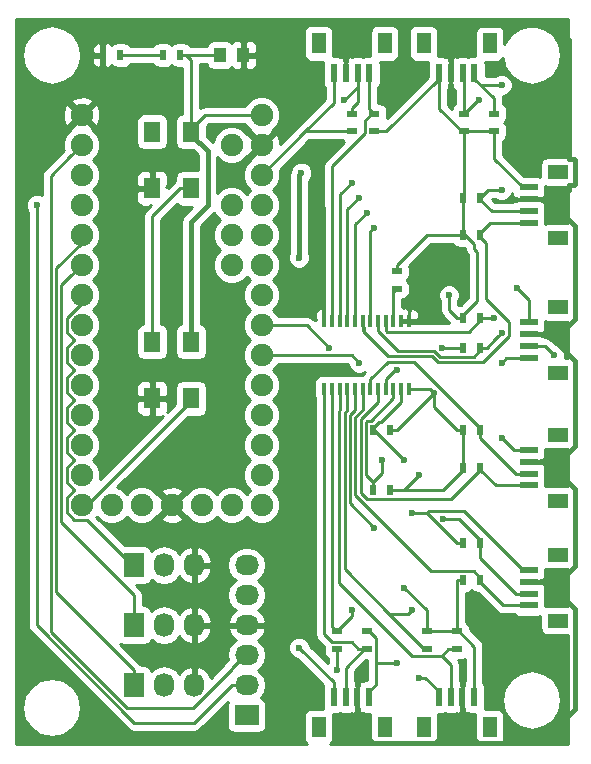
<source format=gbr>
G04 #@! TF.FileFunction,Copper,L1,Top,Signal*
%FSLAX46Y46*%
G04 Gerber Fmt 4.6, Leading zero omitted, Abs format (unit mm)*
G04 Created by KiCad (PCBNEW 4.0.2-4+6225~38~ubuntu14.04.1-stable) date on. 13. april 2016 kl. 20.39 +0200*
%MOMM*%
G01*
G04 APERTURE LIST*
%ADD10C,0.100000*%
%ADD11C,1.900000*%
%ADD12R,1.000000X1.250000*%
%ADD13R,0.500000X0.900000*%
%ADD14R,1.727200X2.032000*%
%ADD15O,1.727200X2.032000*%
%ADD16R,0.900000X0.500000*%
%ADD17R,1.400000X1.800000*%
%ADD18R,2.032000X1.727200*%
%ADD19O,2.032000X1.727200*%
%ADD20R,0.400000X1.100000*%
%ADD21R,1.549400X0.599440*%
%ADD22R,1.800860X1.198880*%
%ADD23R,0.599440X1.549400*%
%ADD24R,1.198880X1.800860*%
%ADD25C,0.600000*%
%ADD26C,0.400000*%
%ADD27C,0.250000*%
%ADD28C,0.300000*%
%ADD29C,0.254000*%
G04 APERTURE END LIST*
D10*
D11*
X101600000Y-96520000D03*
X101600000Y-99060000D03*
X101600000Y-101600000D03*
X101600000Y-104140000D03*
X101600000Y-106680000D03*
X101600000Y-109220000D03*
X101600000Y-111760000D03*
X101600000Y-114300000D03*
X101600000Y-116840000D03*
X101600000Y-119380000D03*
X101600000Y-121920000D03*
X101600000Y-124460000D03*
X101600000Y-127000000D03*
X116840000Y-127000000D03*
X116840000Y-124460000D03*
X116840000Y-121920000D03*
X116840000Y-119380000D03*
X116840000Y-116840000D03*
X116840000Y-114300000D03*
X116840000Y-111760000D03*
X116840000Y-109220000D03*
X116840000Y-106680000D03*
X116840000Y-104140000D03*
X116840000Y-101600000D03*
X116840000Y-99060000D03*
X116840000Y-96520000D03*
X116840000Y-93980000D03*
X101600000Y-93980000D03*
X114300000Y-127000000D03*
X111760000Y-127000000D03*
X109220000Y-127000000D03*
X106680000Y-127000000D03*
X104140000Y-127000000D03*
X114300000Y-96520000D03*
X114300000Y-101600000D03*
X114300000Y-104140000D03*
X114300000Y-106680000D03*
D12*
X113300000Y-88900000D03*
X115300000Y-88900000D03*
D13*
X108470000Y-88900000D03*
X109970000Y-88900000D03*
D14*
X106045000Y-142240000D03*
D15*
X108585000Y-142240000D03*
X111125000Y-142240000D03*
D14*
X106045000Y-137160000D03*
D15*
X108585000Y-137160000D03*
X111125000Y-137160000D03*
D14*
X106045000Y-132080000D03*
D15*
X108585000Y-132080000D03*
X111125000Y-132080000D03*
D13*
X104890000Y-88900000D03*
X103390000Y-88900000D03*
X126250000Y-125730000D03*
X127750000Y-125730000D03*
X126250000Y-120650000D03*
X127750000Y-120650000D03*
D16*
X128270000Y-108700000D03*
X128270000Y-107200000D03*
D13*
X135370000Y-111125000D03*
X133870000Y-111125000D03*
X135370000Y-113665000D03*
X133870000Y-113665000D03*
X135370000Y-100965000D03*
X133870000Y-100965000D03*
X135370000Y-104140000D03*
X133870000Y-104140000D03*
D16*
X133985000Y-93865000D03*
X133985000Y-95365000D03*
X136525000Y-93865000D03*
X136525000Y-95365000D03*
X124460000Y-93865000D03*
X124460000Y-95365000D03*
X126365000Y-93865000D03*
X126365000Y-95365000D03*
X125730000Y-139180000D03*
X125730000Y-137680000D03*
X123190000Y-137680000D03*
X123190000Y-139180000D03*
X133350000Y-139180000D03*
X133350000Y-137680000D03*
X130810000Y-139180000D03*
X130810000Y-137680000D03*
D13*
X135370000Y-130175000D03*
X133870000Y-130175000D03*
X135370000Y-133350000D03*
X133870000Y-133350000D03*
X135370000Y-120650000D03*
X133870000Y-120650000D03*
X135370000Y-123825000D03*
X133870000Y-123825000D03*
D17*
X110870000Y-95390000D03*
X107570000Y-95390000D03*
X107570000Y-100190000D03*
X110870000Y-100190000D03*
X110870000Y-113170000D03*
X107570000Y-113170000D03*
X107570000Y-117970000D03*
X110870000Y-117970000D03*
D18*
X115570000Y-144780000D03*
D19*
X115570000Y-142240000D03*
X115570000Y-139700000D03*
X115570000Y-137160000D03*
X115570000Y-134620000D03*
X115570000Y-132080000D03*
D20*
X129305000Y-111450000D03*
X128655000Y-111450000D03*
X128005000Y-111450000D03*
X127355000Y-111450000D03*
X126705000Y-111450000D03*
X126055000Y-111450000D03*
X125405000Y-111450000D03*
X124755000Y-111450000D03*
X124105000Y-111450000D03*
X123455000Y-111450000D03*
X122805000Y-111450000D03*
X122155000Y-111450000D03*
X122155000Y-117150000D03*
X122805000Y-117150000D03*
X123455000Y-117150000D03*
X124105000Y-117150000D03*
X124755000Y-117150000D03*
X125405000Y-117150000D03*
X126055000Y-117150000D03*
X126705000Y-117150000D03*
X127355000Y-117150000D03*
X128005000Y-117150000D03*
X128655000Y-117150000D03*
X129305000Y-117150000D03*
D21*
X139440920Y-112532160D03*
X139440920Y-113532920D03*
X139440920Y-111531400D03*
D22*
X141970760Y-110230920D03*
X141970760Y-115829080D03*
D21*
X139440920Y-114533680D03*
X139440920Y-101102160D03*
X139440920Y-102102920D03*
X139440920Y-100101400D03*
D22*
X141970760Y-98800920D03*
X141970760Y-104399080D03*
D21*
X139440920Y-103103680D03*
D23*
X132852160Y-90429080D03*
X133852920Y-90429080D03*
X131851400Y-90429080D03*
D24*
X130550920Y-87899240D03*
X136149080Y-87899240D03*
D23*
X134853680Y-90429080D03*
X123962160Y-90429080D03*
X124962920Y-90429080D03*
X122961400Y-90429080D03*
D24*
X121660920Y-87899240D03*
X127259080Y-87899240D03*
D23*
X125963680Y-90429080D03*
X124957840Y-143250920D03*
X123957080Y-143250920D03*
X125958600Y-143250920D03*
D24*
X127259080Y-145780760D03*
X121660920Y-145780760D03*
D23*
X122956320Y-143250920D03*
X133847840Y-143250920D03*
X132847080Y-143250920D03*
X134848600Y-143250920D03*
D24*
X136149080Y-145780760D03*
X130550920Y-145780760D03*
D23*
X131846320Y-143250920D03*
D21*
X139440920Y-133487160D03*
X139440920Y-134487920D03*
X139440920Y-132486400D03*
D22*
X141970760Y-131185920D03*
X141970760Y-136784080D03*
D21*
X139440920Y-135488680D03*
X139440920Y-123327160D03*
X139440920Y-124327920D03*
X139440920Y-122326400D03*
D22*
X141970760Y-121025920D03*
X141970760Y-126624080D03*
D21*
X139440920Y-125328680D03*
D25*
X120210167Y-98864833D03*
X120015000Y-106045000D03*
X121285000Y-100965000D03*
X141605000Y-101633448D03*
X132715000Y-106680000D03*
X130175000Y-109220000D03*
X128270000Y-115570000D03*
X127000000Y-123190000D03*
X122555000Y-113665000D03*
X128905000Y-133985000D03*
X132080000Y-113665000D03*
X132715000Y-109220000D03*
X138430000Y-108585000D03*
X137160000Y-121285000D03*
X130175000Y-124460000D03*
X129540000Y-127635000D03*
X128270000Y-140335000D03*
X123190000Y-140970000D03*
X131445000Y-117475000D03*
X128905000Y-123190000D03*
X125095000Y-114935000D03*
X141605000Y-114300000D03*
X136525000Y-111125000D03*
X137159982Y-112395000D03*
X137160000Y-114935000D03*
X137160000Y-100330000D03*
X126365000Y-103505000D03*
X135255000Y-92710000D03*
X125730000Y-102235000D03*
X137160000Y-91440000D03*
X125095000Y-100965000D03*
X123825000Y-92710000D03*
X124460000Y-99695000D03*
X124460000Y-135890000D03*
X120015000Y-139065000D03*
X129540000Y-135890000D03*
X130175000Y-141605000D03*
X132204456Y-128145544D03*
X126365000Y-128905000D03*
X97790000Y-101600000D03*
D26*
X110870000Y-113170000D02*
X110870000Y-103031998D01*
X110870000Y-103031998D02*
X112268000Y-101633998D01*
X112268000Y-101633998D02*
X112268000Y-97028000D01*
X112268000Y-97028000D02*
X110870000Y-95630000D01*
X110870000Y-95630000D02*
X110870000Y-95390000D01*
X120015000Y-106045000D02*
X120015000Y-99060000D01*
X120015000Y-99060000D02*
X120210167Y-98864833D01*
D27*
X116840000Y-93980000D02*
X112080000Y-93980000D01*
X112080000Y-93980000D02*
X110870000Y-95190000D01*
X110870000Y-95190000D02*
X110870000Y-95390000D01*
X109970000Y-88900000D02*
X113300000Y-88900000D01*
X110870000Y-95390000D02*
X110870000Y-89300000D01*
X110870000Y-89300000D02*
X110470000Y-88900000D01*
X110470000Y-88900000D02*
X109970000Y-88900000D01*
D28*
X122155000Y-111450000D02*
X122155000Y-101835000D01*
D27*
X122155000Y-101835000D02*
X121285000Y-100965000D01*
D26*
X133847840Y-143250920D02*
X133847840Y-145879392D01*
X133847840Y-145879392D02*
X135149639Y-147181191D01*
X140473809Y-147181191D02*
X143371191Y-144283809D01*
X143371191Y-144283809D02*
X143371191Y-135784639D01*
X135149639Y-147181191D02*
X140473809Y-147181191D01*
X143371191Y-135784639D02*
X141073712Y-133487160D01*
X141073712Y-133487160D02*
X140615620Y-133487160D01*
X140615620Y-133487160D02*
X139440920Y-133487160D01*
X143371191Y-103399639D02*
X141605000Y-101633448D01*
X141605000Y-101633448D02*
X141073712Y-101102160D01*
D27*
X130175000Y-109220000D02*
X132715000Y-106680000D01*
X130175000Y-109220000D02*
X129305000Y-110090000D01*
X129305000Y-110090000D02*
X129305000Y-111450000D01*
X128135000Y-115570000D02*
X128270000Y-115570000D01*
X127355000Y-117150000D02*
X127355000Y-116350000D01*
X127355000Y-116350000D02*
X128135000Y-115570000D01*
D26*
X129305000Y-111450000D02*
X128705001Y-111450000D01*
X139440920Y-101102160D02*
X142069392Y-101102160D01*
X142069392Y-101102160D02*
X142875000Y-100296552D01*
X142875000Y-99900361D02*
X143271191Y-99900361D01*
X143271191Y-99900361D02*
X143371191Y-99800361D01*
X142875000Y-87630000D02*
X141605000Y-86360000D01*
X132852160Y-88796288D02*
X132852160Y-89254380D01*
X142875000Y-100296552D02*
X142875000Y-99900361D01*
X143271191Y-97701479D02*
X142875000Y-97701479D01*
X143371191Y-99800361D02*
X143371191Y-97801479D01*
X143371191Y-97801479D02*
X143271191Y-97701479D01*
X142875000Y-97701479D02*
X142875000Y-87630000D01*
X141605000Y-86360000D02*
X135288448Y-86360000D01*
X135288448Y-86360000D02*
X132852160Y-88796288D01*
X132852160Y-89254380D02*
X132852160Y-90429080D01*
X139440920Y-112532160D02*
X142069392Y-112532160D01*
X142069392Y-112532160D02*
X143371191Y-111230361D01*
X143371191Y-111230361D02*
X143371191Y-103399639D01*
X141073712Y-101102160D02*
X140615620Y-101102160D01*
X140615620Y-101102160D02*
X139440920Y-101102160D01*
X143371191Y-122025361D02*
X143371191Y-114829639D01*
X139440920Y-123327160D02*
X142069392Y-123327160D01*
X142069392Y-123327160D02*
X143371191Y-122025361D01*
X143371191Y-114829639D02*
X141073712Y-112532160D01*
X141073712Y-112532160D02*
X140615620Y-112532160D01*
X140615620Y-112532160D02*
X139440920Y-112532160D01*
X139440920Y-133487160D02*
X142069392Y-133487160D01*
X142069392Y-133487160D02*
X143371191Y-132185361D01*
X141073712Y-123327160D02*
X140615620Y-123327160D01*
X143371191Y-132185361D02*
X143371191Y-125624639D01*
X143371191Y-125624639D02*
X141073712Y-123327160D01*
X140615620Y-123327160D02*
X139440920Y-123327160D01*
X133847840Y-143250920D02*
X133847840Y-144883712D01*
X133847840Y-144883712D02*
X131550361Y-147181191D01*
X131550361Y-147181191D02*
X126259639Y-147181191D01*
X126259639Y-147181191D02*
X124957840Y-145879392D01*
X124957840Y-145879392D02*
X124957840Y-144425620D01*
X124957840Y-144425620D02*
X124957840Y-143250920D01*
D27*
X104890000Y-88900000D02*
X108470000Y-88900000D01*
X101600000Y-104792998D02*
X101600000Y-104140000D01*
X99424980Y-106968018D02*
X101600000Y-104792998D01*
X106045000Y-142240000D02*
X106045000Y-140974000D01*
X106045000Y-140974000D02*
X99424978Y-134353977D01*
X99424978Y-134353977D02*
X99424980Y-106968018D01*
X106045000Y-142240000D02*
X106045000Y-142087600D01*
X100650001Y-107629999D02*
X101600000Y-106680000D01*
X99874988Y-108405012D02*
X100650001Y-107629999D01*
X99874988Y-128448576D02*
X99874988Y-108405012D01*
X106045000Y-134618588D02*
X99874988Y-128448576D01*
X106045000Y-137160000D02*
X106045000Y-134618588D01*
X101600000Y-107332998D02*
X101600000Y-106680000D01*
X100324999Y-116227999D02*
X100982998Y-115570000D01*
X100324999Y-113687999D02*
X100982998Y-113030000D01*
X100982998Y-125730000D02*
X100324999Y-125072001D01*
X100982998Y-120650000D02*
X100324999Y-119992001D01*
X100324999Y-112372001D02*
X100324999Y-111147999D01*
X100982998Y-113030000D02*
X100324999Y-112372001D01*
X100324999Y-111147999D02*
X101600000Y-109872998D01*
X100324999Y-121307999D02*
X100982998Y-120650000D01*
X100324999Y-127612001D02*
X100324999Y-126387999D01*
X100324999Y-117452001D02*
X100324999Y-116227999D01*
X100324999Y-114912001D02*
X100324999Y-113687999D01*
X100982998Y-118110000D02*
X100324999Y-117452001D01*
X100324999Y-122532001D02*
X100324999Y-121307999D01*
X100987999Y-128275001D02*
X100324999Y-127612001D01*
X100324999Y-118767999D02*
X100982998Y-118110000D01*
X100324999Y-119992001D02*
X100324999Y-118767999D01*
X100324999Y-126387999D02*
X100982998Y-125730000D01*
X100324999Y-123847999D02*
X100982998Y-123190000D01*
X100982998Y-115570000D02*
X100324999Y-114912001D01*
X102050011Y-128275001D02*
X100987999Y-128275001D01*
X105855010Y-132080000D02*
X102050011Y-128275001D01*
X106045000Y-132080000D02*
X105855010Y-132080000D01*
X100982998Y-123190000D02*
X100324999Y-122532001D01*
X101600000Y-109872998D02*
X101600000Y-109220000D01*
X100324999Y-125072001D02*
X100324999Y-123847999D01*
X127000000Y-123190000D02*
X127000000Y-124280000D01*
X127000000Y-124280000D02*
X126250000Y-125030000D01*
X116840000Y-111760000D02*
X120650000Y-111760000D01*
X120650000Y-111760000D02*
X122555000Y-113665000D01*
X128005000Y-117150000D02*
X128005000Y-117950000D01*
X128005000Y-117950000D02*
X126080001Y-119874999D01*
X126080001Y-119874999D02*
X125739999Y-119874999D01*
X125739999Y-119874999D02*
X125674999Y-119939999D01*
X126250000Y-125030000D02*
X126250000Y-125730000D01*
X125674999Y-119939999D02*
X125674999Y-124454999D01*
X125674999Y-124454999D02*
X126250000Y-125030000D01*
X130810000Y-137680000D02*
X130810000Y-135890000D01*
X130810000Y-135890000D02*
X128905000Y-133985000D01*
X122961400Y-90429080D02*
X122961400Y-92938600D01*
X122961400Y-92938600D02*
X120535000Y-95365000D01*
X133870000Y-113665000D02*
X132080000Y-113665000D01*
X132715000Y-109220000D02*
X132715000Y-110470000D01*
X132715000Y-110470000D02*
X133370000Y-111125000D01*
X133370000Y-111125000D02*
X133870000Y-111125000D01*
X139440920Y-111531400D02*
X139440920Y-109595920D01*
X139440920Y-109595920D02*
X138430000Y-108585000D01*
X127750000Y-120650000D02*
X128270000Y-120650000D01*
X128270000Y-120650000D02*
X131445000Y-117475000D01*
X131445000Y-117475000D02*
X131445000Y-118725000D01*
X131445000Y-118725000D02*
X133370000Y-120650000D01*
X133370000Y-120650000D02*
X133870000Y-120650000D01*
X133870000Y-123825000D02*
X133870000Y-120650000D01*
X139440920Y-122326400D02*
X138201400Y-122326400D01*
X138201400Y-122326400D02*
X137160000Y-121285000D01*
X130175000Y-124460000D02*
X128905000Y-125730000D01*
X128905000Y-125730000D02*
X127750000Y-125730000D01*
X130810000Y-127635000D02*
X129540000Y-127635000D01*
X127750000Y-125730000D02*
X132165000Y-125730000D01*
X132165000Y-125730000D02*
X133870000Y-124025000D01*
X133870000Y-124025000D02*
X133870000Y-123825000D01*
X130924457Y-127520543D02*
X130810000Y-127635000D01*
X133350000Y-130175000D02*
X133870000Y-130175000D01*
X134000083Y-127520543D02*
X130924457Y-127520543D01*
X138965940Y-132486400D02*
X134000083Y-127520543D01*
X139440920Y-132486400D02*
X138965940Y-132486400D01*
X130810000Y-127635000D02*
X133350000Y-130175000D01*
X133350000Y-137680000D02*
X133350000Y-133370000D01*
X133350000Y-133370000D02*
X133370000Y-133350000D01*
X133370000Y-133350000D02*
X133870000Y-133350000D01*
X133350000Y-137680000D02*
X130810000Y-137680000D01*
X134848600Y-143250920D02*
X134848600Y-138978600D01*
X134848600Y-138978600D02*
X133550000Y-137680000D01*
X133550000Y-137680000D02*
X133350000Y-137680000D01*
X126505001Y-142229539D02*
X126505001Y-140335000D01*
X126505001Y-140335000D02*
X126505001Y-138255001D01*
X128270000Y-140335000D02*
X126505001Y-140335000D01*
X123190000Y-139180000D02*
X123190000Y-140970000D01*
X125958600Y-143250920D02*
X125958600Y-142775940D01*
X125958600Y-142775940D02*
X126505001Y-142229539D01*
X126505001Y-138255001D02*
X125930000Y-137680000D01*
X125930000Y-137680000D02*
X125730000Y-137680000D01*
X129305000Y-117150000D02*
X131120000Y-117150000D01*
X131120000Y-117150000D02*
X131445000Y-117475000D01*
X135070011Y-105540011D02*
X135070011Y-109724989D01*
X133870000Y-104140000D02*
X134084998Y-104140000D01*
X134838205Y-104893207D02*
X134838205Y-105308205D01*
X134084998Y-104140000D02*
X134838205Y-104893207D01*
X134838205Y-105308205D02*
X135070011Y-105540011D01*
X135070011Y-109724989D02*
X133870000Y-110925000D01*
X133870000Y-110925000D02*
X133870000Y-111125000D01*
X133870000Y-104140000D02*
X130830000Y-104140000D01*
X130830000Y-104140000D02*
X128270000Y-106700000D01*
X128270000Y-106700000D02*
X128270000Y-107200000D01*
X133870000Y-100965000D02*
X133870000Y-104140000D01*
X133985000Y-95365000D02*
X133985000Y-100850000D01*
X133985000Y-100850000D02*
X133870000Y-100965000D01*
X136525000Y-95365000D02*
X136525000Y-97660460D01*
X136525000Y-97660460D02*
X138965940Y-100101400D01*
X138965940Y-100101400D02*
X139440920Y-100101400D01*
X133985000Y-95365000D02*
X136525000Y-95365000D01*
X131851400Y-90429080D02*
X131851400Y-93431400D01*
X131851400Y-93431400D02*
X133785000Y-95365000D01*
X133785000Y-95365000D02*
X133985000Y-95365000D01*
X126365000Y-95365000D02*
X127390460Y-95365000D01*
X127390460Y-95365000D02*
X131851400Y-90904060D01*
X131851400Y-90904060D02*
X131851400Y-90429080D01*
X124460000Y-95365000D02*
X120535000Y-95365000D01*
X120535000Y-95365000D02*
X116840000Y-99060000D01*
X128905000Y-123190000D02*
X126365000Y-120650000D01*
X126365000Y-120650000D02*
X126250000Y-120650000D01*
X116840000Y-114300000D02*
X124460000Y-114300000D01*
X124460000Y-114300000D02*
X125095000Y-114935000D01*
X128655000Y-117150000D02*
X128655000Y-118245000D01*
X128655000Y-118245000D02*
X126950000Y-119950000D01*
X126950000Y-119950000D02*
X126750000Y-119950000D01*
X126750000Y-119950000D02*
X126250000Y-120450000D01*
X126250000Y-120450000D02*
X126250000Y-120650000D01*
X128005000Y-111450000D02*
X128005000Y-108965000D01*
X128005000Y-108965000D02*
X128270000Y-108700000D01*
X141305001Y-114000001D02*
X141605000Y-114300000D01*
X140837920Y-113532920D02*
X141305001Y-114000001D01*
X139440920Y-113532920D02*
X140837920Y-113532920D01*
X136525000Y-111125000D02*
X135370000Y-111125000D01*
X127355000Y-111450000D02*
X127355000Y-112250000D01*
X127355000Y-112250000D02*
X127430001Y-112325001D01*
X127430001Y-112325001D02*
X134369999Y-112325001D01*
X134369999Y-112325001D02*
X135370000Y-111325000D01*
X135370000Y-111325000D02*
X135370000Y-111125000D01*
X131434974Y-113944976D02*
X131929999Y-114440001D01*
X126705000Y-112250000D02*
X128399976Y-113944976D01*
X135370000Y-113865000D02*
X135370000Y-113665000D01*
X134794999Y-114440001D02*
X135370000Y-113865000D01*
X126705000Y-111450000D02*
X126705000Y-112250000D01*
X131929999Y-114440001D02*
X134794999Y-114440001D01*
X128399976Y-113944976D02*
X131434974Y-113944976D01*
X137159982Y-112395018D02*
X137159982Y-112395000D01*
X136860001Y-112694999D02*
X137159982Y-112395018D01*
X135370000Y-113665000D02*
X135890000Y-113665000D01*
X135890000Y-113665000D02*
X136860001Y-112694999D01*
X136410000Y-113145000D02*
X136860001Y-112694999D01*
X139440920Y-114533680D02*
X137561320Y-114533680D01*
X137561320Y-114533680D02*
X137160000Y-114935000D01*
X137160000Y-100330000D02*
X136005000Y-100330000D01*
X136005000Y-100330000D02*
X135370000Y-100965000D01*
X126055000Y-111450000D02*
X126055000Y-103815000D01*
X126055000Y-103815000D02*
X126365000Y-103505000D01*
X139440920Y-102102920D02*
X136307920Y-102102920D01*
X136307920Y-102102920D02*
X135370000Y-101165000D01*
X135370000Y-101165000D02*
X135370000Y-100965000D01*
X137785020Y-112695002D02*
X137785020Y-111460018D01*
X131248574Y-114394987D02*
X131743599Y-114890012D01*
X135870000Y-104840000D02*
X135370000Y-104340000D01*
X135370000Y-104340000D02*
X135370000Y-104140000D01*
X125480001Y-112325001D02*
X127549987Y-114394987D01*
X135870000Y-109544998D02*
X135870000Y-104840000D01*
X135590010Y-114890012D02*
X137785020Y-112695002D01*
X137785020Y-111460018D02*
X135870000Y-109544998D01*
X127549987Y-114394987D02*
X131248574Y-114394987D01*
X131743599Y-114890012D02*
X135590010Y-114890012D01*
X125405000Y-112250000D02*
X125480001Y-112325001D01*
X125405000Y-111450000D02*
X125405000Y-112250000D01*
X125480001Y-112325001D02*
X125405000Y-111450000D01*
X139440920Y-103103680D02*
X136206320Y-103103680D01*
X136206320Y-103103680D02*
X135370000Y-103940000D01*
X135370000Y-103940000D02*
X135370000Y-104140000D01*
X135255000Y-92710000D02*
X135140000Y-92710000D01*
X135140000Y-92710000D02*
X133985000Y-93865000D01*
X124755000Y-111450000D02*
X124755000Y-103210000D01*
X124755000Y-103210000D02*
X125730000Y-102235000D01*
X133985000Y-93865000D02*
X133985000Y-90561160D01*
X133985000Y-90561160D02*
X133852920Y-90429080D01*
X136525000Y-92575380D02*
X136525000Y-93865000D01*
X134853680Y-90904060D02*
X136525000Y-92575380D01*
X134853680Y-90429080D02*
X134853680Y-90904060D01*
X137160000Y-91440000D02*
X135864600Y-91440000D01*
X135864600Y-91440000D02*
X135850820Y-91453780D01*
X135850820Y-91453780D02*
X135403400Y-91453780D01*
X135403400Y-91453780D02*
X134853680Y-90904060D01*
X124105000Y-111450000D02*
X124105000Y-101955000D01*
X124105000Y-101955000D02*
X125095000Y-100965000D01*
X123825000Y-92710000D02*
X124962920Y-91572080D01*
X124962920Y-91572080D02*
X124962920Y-90429080D01*
X123455000Y-111450000D02*
X123455000Y-100700000D01*
X123455000Y-100700000D02*
X124460000Y-99695000D01*
X124460000Y-93865000D02*
X124460000Y-93365000D01*
X124460000Y-93365000D02*
X124962920Y-92862080D01*
X124962920Y-92862080D02*
X124962920Y-90429080D01*
X122805000Y-111450000D02*
X122805000Y-98305002D01*
X122805000Y-98305002D02*
X125589999Y-95520003D01*
X125589999Y-94440001D02*
X126165000Y-93865000D01*
X125589999Y-95520003D02*
X125589999Y-94440001D01*
X126165000Y-93865000D02*
X126365000Y-93865000D01*
X125963680Y-90429080D02*
X125963680Y-93463680D01*
X125963680Y-93463680D02*
X126365000Y-93865000D01*
X123957080Y-143250920D02*
X123957080Y-140752920D01*
X123957080Y-140752920D02*
X125530000Y-139180000D01*
X125530000Y-139180000D02*
X125730000Y-139180000D01*
X122155000Y-117150000D02*
X122155000Y-137930002D01*
X122155000Y-137930002D02*
X122829997Y-138604999D01*
X122829997Y-138604999D02*
X124454999Y-138604999D01*
X124454999Y-138604999D02*
X125030000Y-139180000D01*
X125030000Y-139180000D02*
X125730000Y-139180000D01*
X124460000Y-135890000D02*
X124460000Y-136410000D01*
X124460000Y-136410000D02*
X123190000Y-137680000D01*
X122956320Y-143250920D02*
X122956320Y-142006320D01*
X122956320Y-142006320D02*
X120015000Y-139065000D01*
X122805000Y-117150000D02*
X122805000Y-137295000D01*
X122805000Y-137295000D02*
X123190000Y-137680000D01*
X132847080Y-143250920D02*
X132847080Y-140527082D01*
X132847080Y-140527082D02*
X132074999Y-139755001D01*
X123424944Y-133584944D02*
X129595001Y-139755001D01*
X129595001Y-139755001D02*
X132074999Y-139755001D01*
X132074999Y-139755001D02*
X132650000Y-139180000D01*
X132650000Y-139180000D02*
X133350000Y-139180000D01*
X123424944Y-119007999D02*
X123424944Y-133584944D01*
X123455000Y-118977943D02*
X123424944Y-119007999D01*
X123455000Y-117150000D02*
X123455000Y-118977943D01*
X123874955Y-132444955D02*
X127635000Y-136205000D01*
X127635000Y-136205000D02*
X130610000Y-139180000D01*
X129540000Y-135890000D02*
X129225000Y-136205000D01*
X129225000Y-136205000D02*
X127635000Y-136205000D01*
X131846320Y-143250920D02*
X131846320Y-142775940D01*
X131846320Y-142775940D02*
X130675380Y-141605000D01*
X130675380Y-141605000D02*
X130175000Y-141605000D01*
X123874955Y-119194399D02*
X123874955Y-132444955D01*
X124105000Y-117150000D02*
X124105000Y-118964354D01*
X124105000Y-118964354D02*
X123874955Y-119194399D01*
X130610000Y-139180000D02*
X130810000Y-139180000D01*
X135370000Y-129975000D02*
X133540544Y-128145544D01*
X133540544Y-128145544D02*
X132628720Y-128145544D01*
X132628720Y-128145544D02*
X132204456Y-128145544D01*
X135370000Y-130175000D02*
X135370000Y-129975000D01*
X139440920Y-134487920D02*
X138416220Y-134487920D01*
X138416220Y-134487920D02*
X135370000Y-131441700D01*
X135370000Y-131441700D02*
X135370000Y-130875000D01*
X135370000Y-130875000D02*
X135370000Y-130175000D01*
X124755000Y-118950765D02*
X124324966Y-119380799D01*
X124324966Y-126864966D02*
X126365000Y-128905000D01*
X124755000Y-117150000D02*
X124755000Y-118950765D01*
X124324966Y-119380799D02*
X124324966Y-126864966D01*
X139440920Y-135488680D02*
X137308680Y-135488680D01*
X137308680Y-135488680D02*
X135370000Y-133550000D01*
X135370000Y-133550000D02*
X135370000Y-133350000D01*
X135370000Y-133150000D02*
X135370000Y-133350000D01*
X124774977Y-126176390D02*
X131173586Y-132574999D01*
X124774977Y-119567199D02*
X124774977Y-126176390D01*
X125405000Y-118937176D02*
X124774977Y-119567199D01*
X125405000Y-117150000D02*
X125405000Y-118937176D01*
X134794999Y-132574999D02*
X135370000Y-133150000D01*
X131173586Y-132574999D02*
X134794999Y-132574999D01*
X127560002Y-114844998D02*
X129764998Y-114844998D01*
X129764998Y-114844998D02*
X135370000Y-120450000D01*
X126055000Y-116350000D02*
X127560002Y-114844998D01*
X126055000Y-117150000D02*
X126055000Y-116350000D01*
X135370000Y-120450000D02*
X135370000Y-120650000D01*
X139440920Y-124327920D02*
X138347920Y-124327920D01*
X138347920Y-124327920D02*
X135370000Y-121350000D01*
X135370000Y-121350000D02*
X135370000Y-120650000D01*
X139440920Y-125328680D02*
X136673680Y-125328680D01*
X136673680Y-125328680D02*
X135370000Y-124025000D01*
X135370000Y-124025000D02*
X135370000Y-123825000D01*
X125739999Y-126505001D02*
X132889999Y-126505001D01*
X125224988Y-119753599D02*
X125224988Y-125989990D01*
X126705000Y-117150000D02*
X126705000Y-118273587D01*
X125224988Y-125989990D02*
X125739999Y-126505001D01*
X132889999Y-126505001D02*
X135370000Y-124025000D01*
X126705000Y-118273587D02*
X125224988Y-119753599D01*
X107570000Y-113170000D02*
X107570000Y-102540000D01*
X107570000Y-102540000D02*
X109920000Y-100190000D01*
X109920000Y-100190000D02*
X110870000Y-100190000D01*
X100650001Y-97469999D02*
X101600000Y-96520000D01*
X98974967Y-99145033D02*
X100650001Y-97469999D01*
X105411410Y-144145000D02*
X98974967Y-137708557D01*
X114304000Y-140894348D02*
X111053348Y-144145000D01*
X114304000Y-140813600D02*
X114304000Y-140894348D01*
X115417600Y-139700000D02*
X114304000Y-140813600D01*
X115570000Y-139700000D02*
X115417600Y-139700000D01*
X111053348Y-144145000D02*
X105411410Y-144145000D01*
X98974967Y-137708557D02*
X98974967Y-99145033D01*
X106045000Y-145415000D02*
X97790000Y-137160000D01*
X97790000Y-137160000D02*
X97790000Y-101600000D01*
X111129000Y-145415000D02*
X106045000Y-145415000D01*
X115570000Y-142240000D02*
X114304000Y-142240000D01*
X114304000Y-142240000D02*
X111129000Y-145415000D01*
X110870000Y-117970000D02*
X110870000Y-118170000D01*
X110870000Y-118170000D02*
X102040000Y-127000000D01*
X102040000Y-127000000D02*
X101600000Y-127000000D01*
D29*
G36*
X142748000Y-97554040D02*
X141070330Y-97554040D01*
X140835013Y-97598318D01*
X140618889Y-97737390D01*
X140473899Y-97949590D01*
X140422890Y-98201480D01*
X140422890Y-99196213D01*
X140215620Y-99154240D01*
X139093582Y-99154240D01*
X137285000Y-97345658D01*
X137285000Y-96170105D01*
X137426441Y-96079090D01*
X137571431Y-95866890D01*
X137622440Y-95615000D01*
X137622440Y-95115000D01*
X137578162Y-94879683D01*
X137439090Y-94663559D01*
X137369289Y-94615866D01*
X137426441Y-94579090D01*
X137571431Y-94366890D01*
X137622440Y-94115000D01*
X137622440Y-93615000D01*
X137578162Y-93379683D01*
X137439090Y-93163559D01*
X137285000Y-93058274D01*
X137285000Y-92575380D01*
X137245156Y-92375075D01*
X137345167Y-92375162D01*
X137688943Y-92233117D01*
X137952192Y-91970327D01*
X138094838Y-91626799D01*
X138095162Y-91254833D01*
X137953117Y-90911057D01*
X137690327Y-90647808D01*
X137346799Y-90505162D01*
X136974833Y-90504838D01*
X136631057Y-90646883D01*
X136597882Y-90680000D01*
X135864600Y-90680000D01*
X135800840Y-90692683D01*
X135800840Y-89654380D01*
X135761839Y-89447110D01*
X136748520Y-89447110D01*
X136983837Y-89402832D01*
X137199961Y-89263760D01*
X137251346Y-89188555D01*
X137384711Y-89859024D01*
X137927954Y-90672046D01*
X138740976Y-91215289D01*
X139700000Y-91406051D01*
X140659024Y-91215289D01*
X141472046Y-90672046D01*
X142015289Y-89859024D01*
X142206051Y-88900000D01*
X142015289Y-87940976D01*
X141472046Y-87127954D01*
X140659024Y-86584711D01*
X139700000Y-86393949D01*
X138740976Y-86584711D01*
X137927954Y-87127954D01*
X137395960Y-87924141D01*
X137395960Y-86998810D01*
X137351682Y-86763493D01*
X137212610Y-86547369D01*
X137000410Y-86402379D01*
X136748520Y-86351370D01*
X135549640Y-86351370D01*
X135314323Y-86395648D01*
X135098199Y-86534720D01*
X134953209Y-86746920D01*
X134902200Y-86998810D01*
X134902200Y-88799670D01*
X134941201Y-89006940D01*
X134553960Y-89006940D01*
X134345934Y-89046083D01*
X134152640Y-89006940D01*
X133553200Y-89006940D01*
X133343442Y-89046409D01*
X133278189Y-89019380D01*
X133137910Y-89019380D01*
X132979160Y-89178130D01*
X132979160Y-89369720D01*
X132956769Y-89402490D01*
X132905760Y-89654380D01*
X132905760Y-91203780D01*
X132950038Y-91439097D01*
X132979160Y-91484354D01*
X132979160Y-91680030D01*
X133137910Y-91838780D01*
X133225000Y-91838780D01*
X133225000Y-93059895D01*
X133083559Y-93150910D01*
X132938569Y-93363110D01*
X132924986Y-93430184D01*
X132611400Y-93116598D01*
X132611400Y-91793790D01*
X132725160Y-91680030D01*
X132725160Y-91488440D01*
X132747551Y-91455670D01*
X132798560Y-91203780D01*
X132798560Y-89654380D01*
X132754282Y-89419063D01*
X132725160Y-89373806D01*
X132725160Y-89178130D01*
X132566410Y-89019380D01*
X132426131Y-89019380D01*
X132356000Y-89048429D01*
X132151120Y-89006940D01*
X131755827Y-89006940D01*
X131797800Y-88799670D01*
X131797800Y-86998810D01*
X131753522Y-86763493D01*
X131614450Y-86547369D01*
X131402250Y-86402379D01*
X131150360Y-86351370D01*
X129951480Y-86351370D01*
X129716163Y-86395648D01*
X129500039Y-86534720D01*
X129355049Y-86746920D01*
X129304040Y-86998810D01*
X129304040Y-88799670D01*
X129348318Y-89034987D01*
X129487390Y-89251111D01*
X129699590Y-89396101D01*
X129951480Y-89447110D01*
X130946213Y-89447110D01*
X130904240Y-89654380D01*
X130904240Y-90776418D01*
X127436230Y-94244428D01*
X127462440Y-94115000D01*
X127462440Y-93615000D01*
X127418162Y-93379683D01*
X127279090Y-93163559D01*
X127066890Y-93018569D01*
X126815000Y-92967560D01*
X126723680Y-92967560D01*
X126723680Y-91654934D01*
X126859831Y-91455670D01*
X126910840Y-91203780D01*
X126910840Y-89654380D01*
X126871839Y-89447110D01*
X127858520Y-89447110D01*
X128093837Y-89402832D01*
X128309961Y-89263760D01*
X128454951Y-89051560D01*
X128505960Y-88799670D01*
X128505960Y-86998810D01*
X128461682Y-86763493D01*
X128322610Y-86547369D01*
X128110410Y-86402379D01*
X127858520Y-86351370D01*
X126659640Y-86351370D01*
X126424323Y-86395648D01*
X126208199Y-86534720D01*
X126063209Y-86746920D01*
X126012200Y-86998810D01*
X126012200Y-88799670D01*
X126051201Y-89006940D01*
X125663960Y-89006940D01*
X125455934Y-89046083D01*
X125262640Y-89006940D01*
X124663200Y-89006940D01*
X124453442Y-89046409D01*
X124388189Y-89019380D01*
X124247910Y-89019380D01*
X124089160Y-89178130D01*
X124089160Y-89369720D01*
X124066769Y-89402490D01*
X124015760Y-89654380D01*
X124015760Y-90576080D01*
X123908560Y-90576080D01*
X123908560Y-89654380D01*
X123864282Y-89419063D01*
X123835160Y-89373806D01*
X123835160Y-89178130D01*
X123676410Y-89019380D01*
X123536131Y-89019380D01*
X123466000Y-89048429D01*
X123261120Y-89006940D01*
X122865827Y-89006940D01*
X122907800Y-88799670D01*
X122907800Y-86998810D01*
X122863522Y-86763493D01*
X122724450Y-86547369D01*
X122512250Y-86402379D01*
X122260360Y-86351370D01*
X121061480Y-86351370D01*
X120826163Y-86395648D01*
X120610039Y-86534720D01*
X120465049Y-86746920D01*
X120414040Y-86998810D01*
X120414040Y-88799670D01*
X120458318Y-89034987D01*
X120597390Y-89251111D01*
X120809590Y-89396101D01*
X121061480Y-89447110D01*
X122056213Y-89447110D01*
X122014240Y-89654380D01*
X122014240Y-91203780D01*
X122058518Y-91439097D01*
X122197590Y-91655221D01*
X122201400Y-91657824D01*
X122201400Y-92623798D01*
X118421641Y-96403557D01*
X118411352Y-96142539D01*
X118218019Y-95675792D01*
X117956350Y-95583255D01*
X117019605Y-96520000D01*
X117033748Y-96534143D01*
X116854143Y-96713748D01*
X116840000Y-96699605D01*
X115903255Y-97636350D01*
X115934407Y-97724439D01*
X115497086Y-98160997D01*
X115255276Y-98743341D01*
X115254725Y-99373893D01*
X115495519Y-99956657D01*
X115868471Y-100330261D01*
X115569739Y-100628471D01*
X115199003Y-100257086D01*
X114616659Y-100015276D01*
X113986107Y-100014725D01*
X113403343Y-100255519D01*
X113103000Y-100555338D01*
X113103000Y-97564396D01*
X113400997Y-97862914D01*
X113983341Y-98104724D01*
X114613893Y-98105275D01*
X115196657Y-97864481D01*
X115636116Y-97425789D01*
X115723650Y-97456745D01*
X116660395Y-96520000D01*
X115723650Y-95583255D01*
X115635561Y-95614407D01*
X115199003Y-95177086D01*
X114616659Y-94935276D01*
X113986107Y-94934725D01*
X113403343Y-95175519D01*
X112957086Y-95620997D01*
X112715276Y-96203341D01*
X112715196Y-96294328D01*
X112217440Y-95796572D01*
X112217440Y-94917362D01*
X112394802Y-94740000D01*
X115439053Y-94740000D01*
X115495519Y-94876657D01*
X115934211Y-95316116D01*
X115903255Y-95403650D01*
X116840000Y-96340395D01*
X117776745Y-95403650D01*
X117745593Y-95315561D01*
X118182914Y-94879003D01*
X118424724Y-94296659D01*
X118425275Y-93666107D01*
X118184481Y-93083343D01*
X117739003Y-92637086D01*
X117156659Y-92395276D01*
X116526107Y-92394725D01*
X115943343Y-92635519D01*
X115497086Y-93080997D01*
X115439367Y-93220000D01*
X112080000Y-93220000D01*
X111837414Y-93268254D01*
X111789160Y-93277852D01*
X111630000Y-93384199D01*
X111630000Y-89660000D01*
X112177962Y-89660000D01*
X112196838Y-89760317D01*
X112335910Y-89976441D01*
X112548110Y-90121431D01*
X112800000Y-90172440D01*
X113800000Y-90172440D01*
X114035317Y-90128162D01*
X114251441Y-89989090D01*
X114297969Y-89920994D01*
X114440302Y-90063327D01*
X114673691Y-90160000D01*
X115014250Y-90160000D01*
X115173000Y-90001250D01*
X115173000Y-89027000D01*
X115427000Y-89027000D01*
X115427000Y-90001250D01*
X115585750Y-90160000D01*
X115926309Y-90160000D01*
X116159698Y-90063327D01*
X116338327Y-89884699D01*
X116435000Y-89651310D01*
X116435000Y-89185750D01*
X116276250Y-89027000D01*
X115427000Y-89027000D01*
X115173000Y-89027000D01*
X115153000Y-89027000D01*
X115153000Y-88773000D01*
X115173000Y-88773000D01*
X115173000Y-87798750D01*
X115427000Y-87798750D01*
X115427000Y-88773000D01*
X116276250Y-88773000D01*
X116435000Y-88614250D01*
X116435000Y-88148690D01*
X116338327Y-87915301D01*
X116159698Y-87736673D01*
X115926309Y-87640000D01*
X115585750Y-87640000D01*
X115427000Y-87798750D01*
X115173000Y-87798750D01*
X115014250Y-87640000D01*
X114673691Y-87640000D01*
X114440302Y-87736673D01*
X114299064Y-87877910D01*
X114264090Y-87823559D01*
X114051890Y-87678569D01*
X113800000Y-87627560D01*
X112800000Y-87627560D01*
X112564683Y-87671838D01*
X112348559Y-87810910D01*
X112203569Y-88023110D01*
X112179898Y-88140000D01*
X110775105Y-88140000D01*
X110684090Y-87998559D01*
X110471890Y-87853569D01*
X110220000Y-87802560D01*
X109720000Y-87802560D01*
X109484683Y-87846838D01*
X109268559Y-87985910D01*
X109220866Y-88055711D01*
X109184090Y-87998559D01*
X108971890Y-87853569D01*
X108720000Y-87802560D01*
X108220000Y-87802560D01*
X107984683Y-87846838D01*
X107768559Y-87985910D01*
X107663274Y-88140000D01*
X105695105Y-88140000D01*
X105604090Y-87998559D01*
X105391890Y-87853569D01*
X105140000Y-87802560D01*
X104640000Y-87802560D01*
X104404683Y-87846838D01*
X104188559Y-87985910D01*
X104142031Y-88054006D01*
X103999698Y-87911673D01*
X103766309Y-87815000D01*
X103673750Y-87815000D01*
X103515000Y-87973750D01*
X103515000Y-88773000D01*
X103537000Y-88773000D01*
X103537000Y-89027000D01*
X103515000Y-89027000D01*
X103515000Y-89826250D01*
X103673750Y-89985000D01*
X103766309Y-89985000D01*
X103999698Y-89888327D01*
X104140936Y-89747090D01*
X104175910Y-89801441D01*
X104388110Y-89946431D01*
X104640000Y-89997440D01*
X105140000Y-89997440D01*
X105375317Y-89953162D01*
X105591441Y-89814090D01*
X105696726Y-89660000D01*
X107664895Y-89660000D01*
X107755910Y-89801441D01*
X107968110Y-89946431D01*
X108220000Y-89997440D01*
X108720000Y-89997440D01*
X108955317Y-89953162D01*
X109171441Y-89814090D01*
X109219134Y-89744289D01*
X109255910Y-89801441D01*
X109468110Y-89946431D01*
X109720000Y-89997440D01*
X110110000Y-89997440D01*
X110110000Y-93853850D01*
X109934683Y-93886838D01*
X109718559Y-94025910D01*
X109573569Y-94238110D01*
X109522560Y-94490000D01*
X109522560Y-96290000D01*
X109566838Y-96525317D01*
X109705910Y-96741441D01*
X109918110Y-96886431D01*
X110170000Y-96937440D01*
X110996572Y-96937440D01*
X111433000Y-97373868D01*
X111433000Y-98642560D01*
X110170000Y-98642560D01*
X109934683Y-98686838D01*
X109718559Y-98825910D01*
X109573569Y-99038110D01*
X109522560Y-99290000D01*
X109522560Y-99559080D01*
X109382599Y-99652599D01*
X108905000Y-100130198D01*
X108905000Y-100062998D01*
X108746252Y-100062998D01*
X108905000Y-99904250D01*
X108905000Y-99163690D01*
X108808327Y-98930301D01*
X108629698Y-98751673D01*
X108396309Y-98655000D01*
X107855750Y-98655000D01*
X107697000Y-98813750D01*
X107697000Y-100063000D01*
X107717000Y-100063000D01*
X107717000Y-100317000D01*
X107697000Y-100317000D01*
X107697000Y-100337000D01*
X107443000Y-100337000D01*
X107443000Y-100317000D01*
X106393750Y-100317000D01*
X106235000Y-100475750D01*
X106235000Y-101216310D01*
X106331673Y-101449699D01*
X106510302Y-101628327D01*
X106743691Y-101725000D01*
X107284250Y-101725000D01*
X107442998Y-101566252D01*
X107442998Y-101592200D01*
X107032599Y-102002599D01*
X106867852Y-102249161D01*
X106810000Y-102540000D01*
X106810000Y-111633850D01*
X106634683Y-111666838D01*
X106418559Y-111805910D01*
X106273569Y-112018110D01*
X106222560Y-112270000D01*
X106222560Y-114070000D01*
X106266838Y-114305317D01*
X106405910Y-114521441D01*
X106618110Y-114666431D01*
X106870000Y-114717440D01*
X108270000Y-114717440D01*
X108505317Y-114673162D01*
X108721441Y-114534090D01*
X108866431Y-114321890D01*
X108917440Y-114070000D01*
X108917440Y-112270000D01*
X108873162Y-112034683D01*
X108734090Y-111818559D01*
X108521890Y-111673569D01*
X108330000Y-111634710D01*
X108330000Y-102854802D01*
X109681420Y-101503382D01*
X109705910Y-101541441D01*
X109918110Y-101686431D01*
X110170000Y-101737440D01*
X110983690Y-101737440D01*
X110279566Y-102441564D01*
X110098561Y-102712457D01*
X110035000Y-103031998D01*
X110035000Y-111647962D01*
X109934683Y-111666838D01*
X109718559Y-111805910D01*
X109573569Y-112018110D01*
X109522560Y-112270000D01*
X109522560Y-114070000D01*
X109566838Y-114305317D01*
X109705910Y-114521441D01*
X109918110Y-114666431D01*
X110170000Y-114717440D01*
X111570000Y-114717440D01*
X111805317Y-114673162D01*
X112021441Y-114534090D01*
X112166431Y-114321890D01*
X112217440Y-114070000D01*
X112217440Y-112270000D01*
X112173162Y-112034683D01*
X112034090Y-111818559D01*
X111821890Y-111673569D01*
X111705000Y-111649898D01*
X111705000Y-103377866D01*
X112847539Y-102235327D01*
X112955519Y-102496657D01*
X113328471Y-102870261D01*
X112957086Y-103240997D01*
X112715276Y-103823341D01*
X112714725Y-104453893D01*
X112955519Y-105036657D01*
X113328471Y-105410261D01*
X112957086Y-105780997D01*
X112715276Y-106363341D01*
X112714725Y-106993893D01*
X112955519Y-107576657D01*
X113400997Y-108022914D01*
X113983341Y-108264724D01*
X114613893Y-108265275D01*
X115196657Y-108024481D01*
X115570261Y-107651529D01*
X115868471Y-107950261D01*
X115497086Y-108320997D01*
X115255276Y-108903341D01*
X115254725Y-109533893D01*
X115495519Y-110116657D01*
X115868471Y-110490261D01*
X115497086Y-110860997D01*
X115255276Y-111443341D01*
X115254725Y-112073893D01*
X115495519Y-112656657D01*
X115868471Y-113030261D01*
X115497086Y-113400997D01*
X115255276Y-113983341D01*
X115254725Y-114613893D01*
X115495519Y-115196657D01*
X115868471Y-115570261D01*
X115497086Y-115940997D01*
X115255276Y-116523341D01*
X115254725Y-117153893D01*
X115495519Y-117736657D01*
X115868471Y-118110261D01*
X115497086Y-118480997D01*
X115255276Y-119063341D01*
X115254725Y-119693893D01*
X115495519Y-120276657D01*
X115868471Y-120650261D01*
X115497086Y-121020997D01*
X115255276Y-121603341D01*
X115254725Y-122233893D01*
X115495519Y-122816657D01*
X115868471Y-123190261D01*
X115497086Y-123560997D01*
X115255276Y-124143341D01*
X115254725Y-124773893D01*
X115495519Y-125356657D01*
X115868471Y-125730261D01*
X115569739Y-126028471D01*
X115199003Y-125657086D01*
X114616659Y-125415276D01*
X113986107Y-125414725D01*
X113403343Y-125655519D01*
X113029739Y-126028471D01*
X112659003Y-125657086D01*
X112076659Y-125415276D01*
X111446107Y-125414725D01*
X110863343Y-125655519D01*
X110423884Y-126094211D01*
X110336350Y-126063255D01*
X109399605Y-127000000D01*
X110336350Y-127936745D01*
X110424439Y-127905593D01*
X110860997Y-128342914D01*
X111443341Y-128584724D01*
X112073893Y-128585275D01*
X112656657Y-128344481D01*
X113030261Y-127971529D01*
X113400997Y-128342914D01*
X113983341Y-128584724D01*
X114613893Y-128585275D01*
X115196657Y-128344481D01*
X115570261Y-127971529D01*
X115940997Y-128342914D01*
X116523341Y-128584724D01*
X117153893Y-128585275D01*
X117736657Y-128344481D01*
X118182914Y-127899003D01*
X118424724Y-127316659D01*
X118425275Y-126686107D01*
X118184481Y-126103343D01*
X117811529Y-125729739D01*
X118182914Y-125359003D01*
X118424724Y-124776659D01*
X118425275Y-124146107D01*
X118184481Y-123563343D01*
X117811529Y-123189739D01*
X118182914Y-122819003D01*
X118424724Y-122236659D01*
X118425275Y-121606107D01*
X118184481Y-121023343D01*
X117811529Y-120649739D01*
X118182914Y-120279003D01*
X118424724Y-119696659D01*
X118425275Y-119066107D01*
X118184481Y-118483343D01*
X117811529Y-118109739D01*
X118182914Y-117739003D01*
X118424724Y-117156659D01*
X118425275Y-116526107D01*
X118184481Y-115943343D01*
X117811529Y-115569739D01*
X118182914Y-115199003D01*
X118240633Y-115060000D01*
X124145198Y-115060000D01*
X124159878Y-115074680D01*
X124159838Y-115120167D01*
X124301883Y-115463943D01*
X124564673Y-115727192D01*
X124908201Y-115869838D01*
X125280167Y-115870162D01*
X125586687Y-115743511D01*
X125517599Y-115812599D01*
X125424080Y-115952560D01*
X125205000Y-115952560D01*
X125075411Y-115976944D01*
X124955000Y-115952560D01*
X124555000Y-115952560D01*
X124425411Y-115976944D01*
X124305000Y-115952560D01*
X123905000Y-115952560D01*
X123775411Y-115976944D01*
X123655000Y-115952560D01*
X123255000Y-115952560D01*
X123125411Y-115976944D01*
X123005000Y-115952560D01*
X122605000Y-115952560D01*
X122475411Y-115976944D01*
X122355000Y-115952560D01*
X121955000Y-115952560D01*
X121719683Y-115996838D01*
X121503559Y-116135910D01*
X121358569Y-116348110D01*
X121307560Y-116600000D01*
X121307560Y-117700000D01*
X121351838Y-117935317D01*
X121395000Y-118002393D01*
X121395000Y-137930002D01*
X121452852Y-138220841D01*
X121617599Y-138467403D01*
X122092560Y-138942364D01*
X122092560Y-139430000D01*
X122136838Y-139665317D01*
X122275910Y-139881441D01*
X122430000Y-139986726D01*
X122430000Y-140405198D01*
X120950122Y-138925320D01*
X120950162Y-138879833D01*
X120808117Y-138536057D01*
X120545327Y-138272808D01*
X120201799Y-138130162D01*
X119829833Y-138129838D01*
X119486057Y-138271883D01*
X119222808Y-138534673D01*
X119080162Y-138878201D01*
X119079838Y-139250167D01*
X119221883Y-139593943D01*
X119484673Y-139857192D01*
X119828201Y-139999838D01*
X119875077Y-139999879D01*
X122076146Y-142200948D01*
X122060169Y-142224330D01*
X122009160Y-142476220D01*
X122009160Y-144025620D01*
X122048161Y-144232890D01*
X121061480Y-144232890D01*
X120826163Y-144277168D01*
X120610039Y-144416240D01*
X120465049Y-144628440D01*
X120414040Y-144880330D01*
X120414040Y-146681190D01*
X120458318Y-146916507D01*
X120597390Y-147132631D01*
X120685743Y-147193000D01*
X96012000Y-147193000D01*
X96012000Y-144145000D01*
X96553949Y-144145000D01*
X96744711Y-145104024D01*
X97287954Y-145917046D01*
X98100976Y-146460289D01*
X99060000Y-146651051D01*
X100019024Y-146460289D01*
X100832046Y-145917046D01*
X101375289Y-145104024D01*
X101566051Y-144145000D01*
X101375289Y-143185976D01*
X100832046Y-142372954D01*
X100019024Y-141829711D01*
X99060000Y-141638949D01*
X98100976Y-141829711D01*
X97287954Y-142372954D01*
X96744711Y-143185976D01*
X96553949Y-144145000D01*
X96012000Y-144145000D01*
X96012000Y-101785167D01*
X96854838Y-101785167D01*
X96996883Y-102128943D01*
X97030000Y-102162118D01*
X97030000Y-137160000D01*
X97087852Y-137450839D01*
X97252599Y-137697401D01*
X105507599Y-145952401D01*
X105754161Y-146117148D01*
X106045000Y-146175000D01*
X111129000Y-146175000D01*
X111419839Y-146117148D01*
X111666401Y-145952401D01*
X113964638Y-143654164D01*
X113957569Y-143664510D01*
X113906560Y-143916400D01*
X113906560Y-145643600D01*
X113950838Y-145878917D01*
X114089910Y-146095041D01*
X114302110Y-146240031D01*
X114554000Y-146291040D01*
X116586000Y-146291040D01*
X116821317Y-146246762D01*
X117037441Y-146107690D01*
X117182431Y-145895490D01*
X117233440Y-145643600D01*
X117233440Y-143916400D01*
X117189162Y-143681083D01*
X117050090Y-143464959D01*
X116837890Y-143319969D01*
X116796561Y-143311600D01*
X116814415Y-143299670D01*
X117139271Y-142813489D01*
X117253345Y-142240000D01*
X117139271Y-141666511D01*
X116814415Y-141180330D01*
X116499634Y-140970000D01*
X116814415Y-140759670D01*
X117139271Y-140273489D01*
X117253345Y-139700000D01*
X117139271Y-139126511D01*
X116814415Y-138640330D01*
X116504931Y-138433539D01*
X116920732Y-138062036D01*
X117174709Y-137534791D01*
X117177358Y-137519026D01*
X117056217Y-137287000D01*
X115697000Y-137287000D01*
X115697000Y-137307000D01*
X115443000Y-137307000D01*
X115443000Y-137287000D01*
X114083783Y-137287000D01*
X113962642Y-137519026D01*
X113965291Y-137534791D01*
X114219268Y-138062036D01*
X114635069Y-138433539D01*
X114325585Y-138640330D01*
X114000729Y-139126511D01*
X113886655Y-139700000D01*
X113962334Y-140080464D01*
X113766599Y-140276199D01*
X113604001Y-140519545D01*
X112515666Y-141607880D01*
X112416954Y-141325680D01*
X112027036Y-140889268D01*
X111499791Y-140635291D01*
X111484026Y-140632642D01*
X111252000Y-140753783D01*
X111252000Y-142113000D01*
X111272000Y-142113000D01*
X111272000Y-142367000D01*
X111252000Y-142367000D01*
X111252000Y-142387000D01*
X110998000Y-142387000D01*
X110998000Y-142367000D01*
X110978000Y-142367000D01*
X110978000Y-142113000D01*
X110998000Y-142113000D01*
X110998000Y-140753783D01*
X110765974Y-140632642D01*
X110750209Y-140635291D01*
X110222964Y-140889268D01*
X109851461Y-141305069D01*
X109644670Y-140995585D01*
X109158489Y-140670729D01*
X108585000Y-140556655D01*
X108011511Y-140670729D01*
X107525330Y-140995585D01*
X107515757Y-141009913D01*
X107511762Y-140988683D01*
X107372690Y-140772559D01*
X107160490Y-140627569D01*
X106908600Y-140576560D01*
X106675920Y-140576560D01*
X106582401Y-140436599D01*
X104893906Y-138748104D01*
X104929510Y-138772431D01*
X105181400Y-138823440D01*
X106908600Y-138823440D01*
X107143917Y-138779162D01*
X107360041Y-138640090D01*
X107505031Y-138427890D01*
X107513400Y-138386561D01*
X107525330Y-138404415D01*
X108011511Y-138729271D01*
X108585000Y-138843345D01*
X109158489Y-138729271D01*
X109644670Y-138404415D01*
X109851461Y-138094931D01*
X110222964Y-138510732D01*
X110750209Y-138764709D01*
X110765974Y-138767358D01*
X110998000Y-138646217D01*
X110998000Y-137287000D01*
X111252000Y-137287000D01*
X111252000Y-138646217D01*
X111484026Y-138767358D01*
X111499791Y-138764709D01*
X112027036Y-138510732D01*
X112416954Y-138074320D01*
X112610184Y-137521913D01*
X112465924Y-137287000D01*
X111252000Y-137287000D01*
X110998000Y-137287000D01*
X110978000Y-137287000D01*
X110978000Y-137033000D01*
X110998000Y-137033000D01*
X110998000Y-135673783D01*
X111252000Y-135673783D01*
X111252000Y-137033000D01*
X112465924Y-137033000D01*
X112610184Y-136798087D01*
X112416954Y-136245680D01*
X112027036Y-135809268D01*
X111499791Y-135555291D01*
X111484026Y-135552642D01*
X111252000Y-135673783D01*
X110998000Y-135673783D01*
X110765974Y-135552642D01*
X110750209Y-135555291D01*
X110222964Y-135809268D01*
X109851461Y-136225069D01*
X109644670Y-135915585D01*
X109158489Y-135590729D01*
X108585000Y-135476655D01*
X108011511Y-135590729D01*
X107525330Y-135915585D01*
X107515757Y-135929913D01*
X107511762Y-135908683D01*
X107372690Y-135692559D01*
X107160490Y-135547569D01*
X106908600Y-135496560D01*
X106805000Y-135496560D01*
X106805000Y-134618588D01*
X106747148Y-134327749D01*
X106582401Y-134081187D01*
X106244654Y-133743440D01*
X106908600Y-133743440D01*
X107143917Y-133699162D01*
X107360041Y-133560090D01*
X107505031Y-133347890D01*
X107513400Y-133306561D01*
X107525330Y-133324415D01*
X108011511Y-133649271D01*
X108585000Y-133763345D01*
X109158489Y-133649271D01*
X109644670Y-133324415D01*
X109851461Y-133014931D01*
X110222964Y-133430732D01*
X110750209Y-133684709D01*
X110765974Y-133687358D01*
X110998000Y-133566217D01*
X110998000Y-132207000D01*
X111252000Y-132207000D01*
X111252000Y-133566217D01*
X111484026Y-133687358D01*
X111499791Y-133684709D01*
X112027036Y-133430732D01*
X112416954Y-132994320D01*
X112610184Y-132441913D01*
X112465924Y-132207000D01*
X111252000Y-132207000D01*
X110998000Y-132207000D01*
X110978000Y-132207000D01*
X110978000Y-132080000D01*
X113886655Y-132080000D01*
X114000729Y-132653489D01*
X114325585Y-133139670D01*
X114640366Y-133350000D01*
X114325585Y-133560330D01*
X114000729Y-134046511D01*
X113886655Y-134620000D01*
X114000729Y-135193489D01*
X114325585Y-135679670D01*
X114635069Y-135886461D01*
X114219268Y-136257964D01*
X113965291Y-136785209D01*
X113962642Y-136800974D01*
X114083783Y-137033000D01*
X115443000Y-137033000D01*
X115443000Y-137013000D01*
X115697000Y-137013000D01*
X115697000Y-137033000D01*
X117056217Y-137033000D01*
X117177358Y-136800974D01*
X117174709Y-136785209D01*
X116920732Y-136257964D01*
X116504931Y-135886461D01*
X116814415Y-135679670D01*
X117139271Y-135193489D01*
X117253345Y-134620000D01*
X117139271Y-134046511D01*
X116814415Y-133560330D01*
X116499634Y-133350000D01*
X116814415Y-133139670D01*
X117139271Y-132653489D01*
X117253345Y-132080000D01*
X117139271Y-131506511D01*
X116814415Y-131020330D01*
X116328234Y-130695474D01*
X115754745Y-130581400D01*
X115385255Y-130581400D01*
X114811766Y-130695474D01*
X114325585Y-131020330D01*
X114000729Y-131506511D01*
X113886655Y-132080000D01*
X110978000Y-132080000D01*
X110978000Y-131953000D01*
X110998000Y-131953000D01*
X110998000Y-130593783D01*
X111252000Y-130593783D01*
X111252000Y-131953000D01*
X112465924Y-131953000D01*
X112610184Y-131718087D01*
X112416954Y-131165680D01*
X112027036Y-130729268D01*
X111499791Y-130475291D01*
X111484026Y-130472642D01*
X111252000Y-130593783D01*
X110998000Y-130593783D01*
X110765974Y-130472642D01*
X110750209Y-130475291D01*
X110222964Y-130729268D01*
X109851461Y-131145069D01*
X109644670Y-130835585D01*
X109158489Y-130510729D01*
X108585000Y-130396655D01*
X108011511Y-130510729D01*
X107525330Y-130835585D01*
X107515757Y-130849913D01*
X107511762Y-130828683D01*
X107372690Y-130612559D01*
X107160490Y-130467569D01*
X106908600Y-130416560D01*
X105266372Y-130416560D01*
X102845780Y-127995968D01*
X102870261Y-127971529D01*
X103240997Y-128342914D01*
X103823341Y-128584724D01*
X104453893Y-128585275D01*
X105036657Y-128344481D01*
X105410261Y-127971529D01*
X105780997Y-128342914D01*
X106363341Y-128584724D01*
X106993893Y-128585275D01*
X107576657Y-128344481D01*
X107805186Y-128116350D01*
X108283255Y-128116350D01*
X108375792Y-128378019D01*
X108967398Y-128596188D01*
X109597461Y-128571352D01*
X110064208Y-128378019D01*
X110156745Y-128116350D01*
X109220000Y-127179605D01*
X108283255Y-128116350D01*
X107805186Y-128116350D01*
X108016116Y-127905789D01*
X108103650Y-127936745D01*
X109040395Y-127000000D01*
X108103650Y-126063255D01*
X108015561Y-126094407D01*
X107805172Y-125883650D01*
X108283255Y-125883650D01*
X109220000Y-126820395D01*
X110156745Y-125883650D01*
X110064208Y-125621981D01*
X109472602Y-125403812D01*
X108842539Y-125428648D01*
X108375792Y-125621981D01*
X108283255Y-125883650D01*
X107805172Y-125883650D01*
X107579003Y-125657086D01*
X106996659Y-125415276D01*
X106366107Y-125414725D01*
X105783343Y-125655519D01*
X105409739Y-126028471D01*
X105039003Y-125657086D01*
X104628268Y-125486534D01*
X110597362Y-119517440D01*
X111570000Y-119517440D01*
X111805317Y-119473162D01*
X112021441Y-119334090D01*
X112166431Y-119121890D01*
X112217440Y-118870000D01*
X112217440Y-117070000D01*
X112173162Y-116834683D01*
X112034090Y-116618559D01*
X111821890Y-116473569D01*
X111570000Y-116422560D01*
X110170000Y-116422560D01*
X109934683Y-116466838D01*
X109718559Y-116605910D01*
X109573569Y-116818110D01*
X109522560Y-117070000D01*
X109522560Y-118442638D01*
X108859824Y-119105374D01*
X108905000Y-118996310D01*
X108905000Y-118255750D01*
X108746250Y-118097000D01*
X107697000Y-118097000D01*
X107697000Y-119346250D01*
X107855750Y-119505000D01*
X108396309Y-119505000D01*
X108505374Y-119459824D01*
X103182015Y-124783183D01*
X103184724Y-124776659D01*
X103185275Y-124146107D01*
X102944481Y-123563343D01*
X102571529Y-123189739D01*
X102942914Y-122819003D01*
X103184724Y-122236659D01*
X103185275Y-121606107D01*
X102944481Y-121023343D01*
X102571529Y-120649739D01*
X102942914Y-120279003D01*
X103184724Y-119696659D01*
X103185275Y-119066107D01*
X102944481Y-118483343D01*
X102717286Y-118255750D01*
X106235000Y-118255750D01*
X106235000Y-118996310D01*
X106331673Y-119229699D01*
X106510302Y-119408327D01*
X106743691Y-119505000D01*
X107284250Y-119505000D01*
X107443000Y-119346250D01*
X107443000Y-118097000D01*
X106393750Y-118097000D01*
X106235000Y-118255750D01*
X102717286Y-118255750D01*
X102571529Y-118109739D01*
X102942914Y-117739003D01*
X103184724Y-117156659D01*
X103184910Y-116943690D01*
X106235000Y-116943690D01*
X106235000Y-117684250D01*
X106393750Y-117843000D01*
X107443000Y-117843000D01*
X107443000Y-116593750D01*
X107697000Y-116593750D01*
X107697000Y-117843000D01*
X108746250Y-117843000D01*
X108905000Y-117684250D01*
X108905000Y-116943690D01*
X108808327Y-116710301D01*
X108629698Y-116531673D01*
X108396309Y-116435000D01*
X107855750Y-116435000D01*
X107697000Y-116593750D01*
X107443000Y-116593750D01*
X107284250Y-116435000D01*
X106743691Y-116435000D01*
X106510302Y-116531673D01*
X106331673Y-116710301D01*
X106235000Y-116943690D01*
X103184910Y-116943690D01*
X103185275Y-116526107D01*
X102944481Y-115943343D01*
X102571529Y-115569739D01*
X102942914Y-115199003D01*
X103184724Y-114616659D01*
X103185275Y-113986107D01*
X102944481Y-113403343D01*
X102571529Y-113029739D01*
X102942914Y-112659003D01*
X103184724Y-112076659D01*
X103185275Y-111446107D01*
X102944481Y-110863343D01*
X102571529Y-110489739D01*
X102942914Y-110119003D01*
X103184724Y-109536659D01*
X103185275Y-108906107D01*
X102944481Y-108323343D01*
X102571529Y-107949739D01*
X102942914Y-107579003D01*
X103184724Y-106996659D01*
X103185275Y-106366107D01*
X102944481Y-105783343D01*
X102571529Y-105409739D01*
X102942914Y-105039003D01*
X103184724Y-104456659D01*
X103185275Y-103826107D01*
X102944481Y-103243343D01*
X102571529Y-102869739D01*
X102942914Y-102499003D01*
X103184724Y-101916659D01*
X103185275Y-101286107D01*
X102944481Y-100703343D01*
X102571529Y-100329739D01*
X102942914Y-99959003D01*
X103184724Y-99376659D01*
X103184910Y-99163690D01*
X106235000Y-99163690D01*
X106235000Y-99904250D01*
X106393750Y-100063000D01*
X107443000Y-100063000D01*
X107443000Y-98813750D01*
X107284250Y-98655000D01*
X106743691Y-98655000D01*
X106510302Y-98751673D01*
X106331673Y-98930301D01*
X106235000Y-99163690D01*
X103184910Y-99163690D01*
X103185275Y-98746107D01*
X102944481Y-98163343D01*
X102571529Y-97789739D01*
X102942914Y-97419003D01*
X103184724Y-96836659D01*
X103185275Y-96206107D01*
X102944481Y-95623343D01*
X102505789Y-95183884D01*
X102536745Y-95096350D01*
X101600000Y-94159605D01*
X100663255Y-95096350D01*
X100694407Y-95184439D01*
X100257086Y-95620997D01*
X100015276Y-96203341D01*
X100014725Y-96833893D01*
X100072202Y-96972996D01*
X98437566Y-98607632D01*
X98272819Y-98854194D01*
X98214967Y-99145033D01*
X98214967Y-100764058D01*
X97976799Y-100665162D01*
X97604833Y-100664838D01*
X97261057Y-100806883D01*
X96997808Y-101069673D01*
X96855162Y-101413201D01*
X96854838Y-101785167D01*
X96012000Y-101785167D01*
X96012000Y-93727398D01*
X100003812Y-93727398D01*
X100028648Y-94357461D01*
X100221981Y-94824208D01*
X100483650Y-94916745D01*
X101420395Y-93980000D01*
X101779605Y-93980000D01*
X102716350Y-94916745D01*
X102978019Y-94824208D01*
X103101266Y-94490000D01*
X106222560Y-94490000D01*
X106222560Y-96290000D01*
X106266838Y-96525317D01*
X106405910Y-96741441D01*
X106618110Y-96886431D01*
X106870000Y-96937440D01*
X108270000Y-96937440D01*
X108505317Y-96893162D01*
X108721441Y-96754090D01*
X108866431Y-96541890D01*
X108917440Y-96290000D01*
X108917440Y-94490000D01*
X108873162Y-94254683D01*
X108734090Y-94038559D01*
X108521890Y-93893569D01*
X108270000Y-93842560D01*
X106870000Y-93842560D01*
X106634683Y-93886838D01*
X106418559Y-94025910D01*
X106273569Y-94238110D01*
X106222560Y-94490000D01*
X103101266Y-94490000D01*
X103196188Y-94232602D01*
X103171352Y-93602539D01*
X102978019Y-93135792D01*
X102716350Y-93043255D01*
X101779605Y-93980000D01*
X101420395Y-93980000D01*
X100483650Y-93043255D01*
X100221981Y-93135792D01*
X100003812Y-93727398D01*
X96012000Y-93727398D01*
X96012000Y-92863650D01*
X100663255Y-92863650D01*
X101600000Y-93800395D01*
X102536745Y-92863650D01*
X102444208Y-92601981D01*
X101852602Y-92383812D01*
X101222539Y-92408648D01*
X100755792Y-92601981D01*
X100663255Y-92863650D01*
X96012000Y-92863650D01*
X96012000Y-88900000D01*
X96553949Y-88900000D01*
X96744711Y-89859024D01*
X97287954Y-90672046D01*
X98100976Y-91215289D01*
X99060000Y-91406051D01*
X100019024Y-91215289D01*
X100832046Y-90672046D01*
X101375289Y-89859024D01*
X101509211Y-89185750D01*
X102505000Y-89185750D01*
X102505000Y-89476310D01*
X102601673Y-89709699D01*
X102780302Y-89888327D01*
X103013691Y-89985000D01*
X103106250Y-89985000D01*
X103265000Y-89826250D01*
X103265000Y-89027000D01*
X102663750Y-89027000D01*
X102505000Y-89185750D01*
X101509211Y-89185750D01*
X101566051Y-88900000D01*
X101451416Y-88323690D01*
X102505000Y-88323690D01*
X102505000Y-88614250D01*
X102663750Y-88773000D01*
X103265000Y-88773000D01*
X103265000Y-87973750D01*
X103106250Y-87815000D01*
X103013691Y-87815000D01*
X102780302Y-87911673D01*
X102601673Y-88090301D01*
X102505000Y-88323690D01*
X101451416Y-88323690D01*
X101375289Y-87940976D01*
X100832046Y-87127954D01*
X100019024Y-86584711D01*
X99060000Y-86393949D01*
X98100976Y-86584711D01*
X97287954Y-87127954D01*
X96744711Y-87940976D01*
X96553949Y-88900000D01*
X96012000Y-88900000D01*
X96012000Y-85852000D01*
X142748000Y-85852000D01*
X142748000Y-97554040D01*
X142748000Y-97554040D01*
G37*
X142748000Y-97554040D02*
X141070330Y-97554040D01*
X140835013Y-97598318D01*
X140618889Y-97737390D01*
X140473899Y-97949590D01*
X140422890Y-98201480D01*
X140422890Y-99196213D01*
X140215620Y-99154240D01*
X139093582Y-99154240D01*
X137285000Y-97345658D01*
X137285000Y-96170105D01*
X137426441Y-96079090D01*
X137571431Y-95866890D01*
X137622440Y-95615000D01*
X137622440Y-95115000D01*
X137578162Y-94879683D01*
X137439090Y-94663559D01*
X137369289Y-94615866D01*
X137426441Y-94579090D01*
X137571431Y-94366890D01*
X137622440Y-94115000D01*
X137622440Y-93615000D01*
X137578162Y-93379683D01*
X137439090Y-93163559D01*
X137285000Y-93058274D01*
X137285000Y-92575380D01*
X137245156Y-92375075D01*
X137345167Y-92375162D01*
X137688943Y-92233117D01*
X137952192Y-91970327D01*
X138094838Y-91626799D01*
X138095162Y-91254833D01*
X137953117Y-90911057D01*
X137690327Y-90647808D01*
X137346799Y-90505162D01*
X136974833Y-90504838D01*
X136631057Y-90646883D01*
X136597882Y-90680000D01*
X135864600Y-90680000D01*
X135800840Y-90692683D01*
X135800840Y-89654380D01*
X135761839Y-89447110D01*
X136748520Y-89447110D01*
X136983837Y-89402832D01*
X137199961Y-89263760D01*
X137251346Y-89188555D01*
X137384711Y-89859024D01*
X137927954Y-90672046D01*
X138740976Y-91215289D01*
X139700000Y-91406051D01*
X140659024Y-91215289D01*
X141472046Y-90672046D01*
X142015289Y-89859024D01*
X142206051Y-88900000D01*
X142015289Y-87940976D01*
X141472046Y-87127954D01*
X140659024Y-86584711D01*
X139700000Y-86393949D01*
X138740976Y-86584711D01*
X137927954Y-87127954D01*
X137395960Y-87924141D01*
X137395960Y-86998810D01*
X137351682Y-86763493D01*
X137212610Y-86547369D01*
X137000410Y-86402379D01*
X136748520Y-86351370D01*
X135549640Y-86351370D01*
X135314323Y-86395648D01*
X135098199Y-86534720D01*
X134953209Y-86746920D01*
X134902200Y-86998810D01*
X134902200Y-88799670D01*
X134941201Y-89006940D01*
X134553960Y-89006940D01*
X134345934Y-89046083D01*
X134152640Y-89006940D01*
X133553200Y-89006940D01*
X133343442Y-89046409D01*
X133278189Y-89019380D01*
X133137910Y-89019380D01*
X132979160Y-89178130D01*
X132979160Y-89369720D01*
X132956769Y-89402490D01*
X132905760Y-89654380D01*
X132905760Y-91203780D01*
X132950038Y-91439097D01*
X132979160Y-91484354D01*
X132979160Y-91680030D01*
X133137910Y-91838780D01*
X133225000Y-91838780D01*
X133225000Y-93059895D01*
X133083559Y-93150910D01*
X132938569Y-93363110D01*
X132924986Y-93430184D01*
X132611400Y-93116598D01*
X132611400Y-91793790D01*
X132725160Y-91680030D01*
X132725160Y-91488440D01*
X132747551Y-91455670D01*
X132798560Y-91203780D01*
X132798560Y-89654380D01*
X132754282Y-89419063D01*
X132725160Y-89373806D01*
X132725160Y-89178130D01*
X132566410Y-89019380D01*
X132426131Y-89019380D01*
X132356000Y-89048429D01*
X132151120Y-89006940D01*
X131755827Y-89006940D01*
X131797800Y-88799670D01*
X131797800Y-86998810D01*
X131753522Y-86763493D01*
X131614450Y-86547369D01*
X131402250Y-86402379D01*
X131150360Y-86351370D01*
X129951480Y-86351370D01*
X129716163Y-86395648D01*
X129500039Y-86534720D01*
X129355049Y-86746920D01*
X129304040Y-86998810D01*
X129304040Y-88799670D01*
X129348318Y-89034987D01*
X129487390Y-89251111D01*
X129699590Y-89396101D01*
X129951480Y-89447110D01*
X130946213Y-89447110D01*
X130904240Y-89654380D01*
X130904240Y-90776418D01*
X127436230Y-94244428D01*
X127462440Y-94115000D01*
X127462440Y-93615000D01*
X127418162Y-93379683D01*
X127279090Y-93163559D01*
X127066890Y-93018569D01*
X126815000Y-92967560D01*
X126723680Y-92967560D01*
X126723680Y-91654934D01*
X126859831Y-91455670D01*
X126910840Y-91203780D01*
X126910840Y-89654380D01*
X126871839Y-89447110D01*
X127858520Y-89447110D01*
X128093837Y-89402832D01*
X128309961Y-89263760D01*
X128454951Y-89051560D01*
X128505960Y-88799670D01*
X128505960Y-86998810D01*
X128461682Y-86763493D01*
X128322610Y-86547369D01*
X128110410Y-86402379D01*
X127858520Y-86351370D01*
X126659640Y-86351370D01*
X126424323Y-86395648D01*
X126208199Y-86534720D01*
X126063209Y-86746920D01*
X126012200Y-86998810D01*
X126012200Y-88799670D01*
X126051201Y-89006940D01*
X125663960Y-89006940D01*
X125455934Y-89046083D01*
X125262640Y-89006940D01*
X124663200Y-89006940D01*
X124453442Y-89046409D01*
X124388189Y-89019380D01*
X124247910Y-89019380D01*
X124089160Y-89178130D01*
X124089160Y-89369720D01*
X124066769Y-89402490D01*
X124015760Y-89654380D01*
X124015760Y-90576080D01*
X123908560Y-90576080D01*
X123908560Y-89654380D01*
X123864282Y-89419063D01*
X123835160Y-89373806D01*
X123835160Y-89178130D01*
X123676410Y-89019380D01*
X123536131Y-89019380D01*
X123466000Y-89048429D01*
X123261120Y-89006940D01*
X122865827Y-89006940D01*
X122907800Y-88799670D01*
X122907800Y-86998810D01*
X122863522Y-86763493D01*
X122724450Y-86547369D01*
X122512250Y-86402379D01*
X122260360Y-86351370D01*
X121061480Y-86351370D01*
X120826163Y-86395648D01*
X120610039Y-86534720D01*
X120465049Y-86746920D01*
X120414040Y-86998810D01*
X120414040Y-88799670D01*
X120458318Y-89034987D01*
X120597390Y-89251111D01*
X120809590Y-89396101D01*
X121061480Y-89447110D01*
X122056213Y-89447110D01*
X122014240Y-89654380D01*
X122014240Y-91203780D01*
X122058518Y-91439097D01*
X122197590Y-91655221D01*
X122201400Y-91657824D01*
X122201400Y-92623798D01*
X118421641Y-96403557D01*
X118411352Y-96142539D01*
X118218019Y-95675792D01*
X117956350Y-95583255D01*
X117019605Y-96520000D01*
X117033748Y-96534143D01*
X116854143Y-96713748D01*
X116840000Y-96699605D01*
X115903255Y-97636350D01*
X115934407Y-97724439D01*
X115497086Y-98160997D01*
X115255276Y-98743341D01*
X115254725Y-99373893D01*
X115495519Y-99956657D01*
X115868471Y-100330261D01*
X115569739Y-100628471D01*
X115199003Y-100257086D01*
X114616659Y-100015276D01*
X113986107Y-100014725D01*
X113403343Y-100255519D01*
X113103000Y-100555338D01*
X113103000Y-97564396D01*
X113400997Y-97862914D01*
X113983341Y-98104724D01*
X114613893Y-98105275D01*
X115196657Y-97864481D01*
X115636116Y-97425789D01*
X115723650Y-97456745D01*
X116660395Y-96520000D01*
X115723650Y-95583255D01*
X115635561Y-95614407D01*
X115199003Y-95177086D01*
X114616659Y-94935276D01*
X113986107Y-94934725D01*
X113403343Y-95175519D01*
X112957086Y-95620997D01*
X112715276Y-96203341D01*
X112715196Y-96294328D01*
X112217440Y-95796572D01*
X112217440Y-94917362D01*
X112394802Y-94740000D01*
X115439053Y-94740000D01*
X115495519Y-94876657D01*
X115934211Y-95316116D01*
X115903255Y-95403650D01*
X116840000Y-96340395D01*
X117776745Y-95403650D01*
X117745593Y-95315561D01*
X118182914Y-94879003D01*
X118424724Y-94296659D01*
X118425275Y-93666107D01*
X118184481Y-93083343D01*
X117739003Y-92637086D01*
X117156659Y-92395276D01*
X116526107Y-92394725D01*
X115943343Y-92635519D01*
X115497086Y-93080997D01*
X115439367Y-93220000D01*
X112080000Y-93220000D01*
X111837414Y-93268254D01*
X111789160Y-93277852D01*
X111630000Y-93384199D01*
X111630000Y-89660000D01*
X112177962Y-89660000D01*
X112196838Y-89760317D01*
X112335910Y-89976441D01*
X112548110Y-90121431D01*
X112800000Y-90172440D01*
X113800000Y-90172440D01*
X114035317Y-90128162D01*
X114251441Y-89989090D01*
X114297969Y-89920994D01*
X114440302Y-90063327D01*
X114673691Y-90160000D01*
X115014250Y-90160000D01*
X115173000Y-90001250D01*
X115173000Y-89027000D01*
X115427000Y-89027000D01*
X115427000Y-90001250D01*
X115585750Y-90160000D01*
X115926309Y-90160000D01*
X116159698Y-90063327D01*
X116338327Y-89884699D01*
X116435000Y-89651310D01*
X116435000Y-89185750D01*
X116276250Y-89027000D01*
X115427000Y-89027000D01*
X115173000Y-89027000D01*
X115153000Y-89027000D01*
X115153000Y-88773000D01*
X115173000Y-88773000D01*
X115173000Y-87798750D01*
X115427000Y-87798750D01*
X115427000Y-88773000D01*
X116276250Y-88773000D01*
X116435000Y-88614250D01*
X116435000Y-88148690D01*
X116338327Y-87915301D01*
X116159698Y-87736673D01*
X115926309Y-87640000D01*
X115585750Y-87640000D01*
X115427000Y-87798750D01*
X115173000Y-87798750D01*
X115014250Y-87640000D01*
X114673691Y-87640000D01*
X114440302Y-87736673D01*
X114299064Y-87877910D01*
X114264090Y-87823559D01*
X114051890Y-87678569D01*
X113800000Y-87627560D01*
X112800000Y-87627560D01*
X112564683Y-87671838D01*
X112348559Y-87810910D01*
X112203569Y-88023110D01*
X112179898Y-88140000D01*
X110775105Y-88140000D01*
X110684090Y-87998559D01*
X110471890Y-87853569D01*
X110220000Y-87802560D01*
X109720000Y-87802560D01*
X109484683Y-87846838D01*
X109268559Y-87985910D01*
X109220866Y-88055711D01*
X109184090Y-87998559D01*
X108971890Y-87853569D01*
X108720000Y-87802560D01*
X108220000Y-87802560D01*
X107984683Y-87846838D01*
X107768559Y-87985910D01*
X107663274Y-88140000D01*
X105695105Y-88140000D01*
X105604090Y-87998559D01*
X105391890Y-87853569D01*
X105140000Y-87802560D01*
X104640000Y-87802560D01*
X104404683Y-87846838D01*
X104188559Y-87985910D01*
X104142031Y-88054006D01*
X103999698Y-87911673D01*
X103766309Y-87815000D01*
X103673750Y-87815000D01*
X103515000Y-87973750D01*
X103515000Y-88773000D01*
X103537000Y-88773000D01*
X103537000Y-89027000D01*
X103515000Y-89027000D01*
X103515000Y-89826250D01*
X103673750Y-89985000D01*
X103766309Y-89985000D01*
X103999698Y-89888327D01*
X104140936Y-89747090D01*
X104175910Y-89801441D01*
X104388110Y-89946431D01*
X104640000Y-89997440D01*
X105140000Y-89997440D01*
X105375317Y-89953162D01*
X105591441Y-89814090D01*
X105696726Y-89660000D01*
X107664895Y-89660000D01*
X107755910Y-89801441D01*
X107968110Y-89946431D01*
X108220000Y-89997440D01*
X108720000Y-89997440D01*
X108955317Y-89953162D01*
X109171441Y-89814090D01*
X109219134Y-89744289D01*
X109255910Y-89801441D01*
X109468110Y-89946431D01*
X109720000Y-89997440D01*
X110110000Y-89997440D01*
X110110000Y-93853850D01*
X109934683Y-93886838D01*
X109718559Y-94025910D01*
X109573569Y-94238110D01*
X109522560Y-94490000D01*
X109522560Y-96290000D01*
X109566838Y-96525317D01*
X109705910Y-96741441D01*
X109918110Y-96886431D01*
X110170000Y-96937440D01*
X110996572Y-96937440D01*
X111433000Y-97373868D01*
X111433000Y-98642560D01*
X110170000Y-98642560D01*
X109934683Y-98686838D01*
X109718559Y-98825910D01*
X109573569Y-99038110D01*
X109522560Y-99290000D01*
X109522560Y-99559080D01*
X109382599Y-99652599D01*
X108905000Y-100130198D01*
X108905000Y-100062998D01*
X108746252Y-100062998D01*
X108905000Y-99904250D01*
X108905000Y-99163690D01*
X108808327Y-98930301D01*
X108629698Y-98751673D01*
X108396309Y-98655000D01*
X107855750Y-98655000D01*
X107697000Y-98813750D01*
X107697000Y-100063000D01*
X107717000Y-100063000D01*
X107717000Y-100317000D01*
X107697000Y-100317000D01*
X107697000Y-100337000D01*
X107443000Y-100337000D01*
X107443000Y-100317000D01*
X106393750Y-100317000D01*
X106235000Y-100475750D01*
X106235000Y-101216310D01*
X106331673Y-101449699D01*
X106510302Y-101628327D01*
X106743691Y-101725000D01*
X107284250Y-101725000D01*
X107442998Y-101566252D01*
X107442998Y-101592200D01*
X107032599Y-102002599D01*
X106867852Y-102249161D01*
X106810000Y-102540000D01*
X106810000Y-111633850D01*
X106634683Y-111666838D01*
X106418559Y-111805910D01*
X106273569Y-112018110D01*
X106222560Y-112270000D01*
X106222560Y-114070000D01*
X106266838Y-114305317D01*
X106405910Y-114521441D01*
X106618110Y-114666431D01*
X106870000Y-114717440D01*
X108270000Y-114717440D01*
X108505317Y-114673162D01*
X108721441Y-114534090D01*
X108866431Y-114321890D01*
X108917440Y-114070000D01*
X108917440Y-112270000D01*
X108873162Y-112034683D01*
X108734090Y-111818559D01*
X108521890Y-111673569D01*
X108330000Y-111634710D01*
X108330000Y-102854802D01*
X109681420Y-101503382D01*
X109705910Y-101541441D01*
X109918110Y-101686431D01*
X110170000Y-101737440D01*
X110983690Y-101737440D01*
X110279566Y-102441564D01*
X110098561Y-102712457D01*
X110035000Y-103031998D01*
X110035000Y-111647962D01*
X109934683Y-111666838D01*
X109718559Y-111805910D01*
X109573569Y-112018110D01*
X109522560Y-112270000D01*
X109522560Y-114070000D01*
X109566838Y-114305317D01*
X109705910Y-114521441D01*
X109918110Y-114666431D01*
X110170000Y-114717440D01*
X111570000Y-114717440D01*
X111805317Y-114673162D01*
X112021441Y-114534090D01*
X112166431Y-114321890D01*
X112217440Y-114070000D01*
X112217440Y-112270000D01*
X112173162Y-112034683D01*
X112034090Y-111818559D01*
X111821890Y-111673569D01*
X111705000Y-111649898D01*
X111705000Y-103377866D01*
X112847539Y-102235327D01*
X112955519Y-102496657D01*
X113328471Y-102870261D01*
X112957086Y-103240997D01*
X112715276Y-103823341D01*
X112714725Y-104453893D01*
X112955519Y-105036657D01*
X113328471Y-105410261D01*
X112957086Y-105780997D01*
X112715276Y-106363341D01*
X112714725Y-106993893D01*
X112955519Y-107576657D01*
X113400997Y-108022914D01*
X113983341Y-108264724D01*
X114613893Y-108265275D01*
X115196657Y-108024481D01*
X115570261Y-107651529D01*
X115868471Y-107950261D01*
X115497086Y-108320997D01*
X115255276Y-108903341D01*
X115254725Y-109533893D01*
X115495519Y-110116657D01*
X115868471Y-110490261D01*
X115497086Y-110860997D01*
X115255276Y-111443341D01*
X115254725Y-112073893D01*
X115495519Y-112656657D01*
X115868471Y-113030261D01*
X115497086Y-113400997D01*
X115255276Y-113983341D01*
X115254725Y-114613893D01*
X115495519Y-115196657D01*
X115868471Y-115570261D01*
X115497086Y-115940997D01*
X115255276Y-116523341D01*
X115254725Y-117153893D01*
X115495519Y-117736657D01*
X115868471Y-118110261D01*
X115497086Y-118480997D01*
X115255276Y-119063341D01*
X115254725Y-119693893D01*
X115495519Y-120276657D01*
X115868471Y-120650261D01*
X115497086Y-121020997D01*
X115255276Y-121603341D01*
X115254725Y-122233893D01*
X115495519Y-122816657D01*
X115868471Y-123190261D01*
X115497086Y-123560997D01*
X115255276Y-124143341D01*
X115254725Y-124773893D01*
X115495519Y-125356657D01*
X115868471Y-125730261D01*
X115569739Y-126028471D01*
X115199003Y-125657086D01*
X114616659Y-125415276D01*
X113986107Y-125414725D01*
X113403343Y-125655519D01*
X113029739Y-126028471D01*
X112659003Y-125657086D01*
X112076659Y-125415276D01*
X111446107Y-125414725D01*
X110863343Y-125655519D01*
X110423884Y-126094211D01*
X110336350Y-126063255D01*
X109399605Y-127000000D01*
X110336350Y-127936745D01*
X110424439Y-127905593D01*
X110860997Y-128342914D01*
X111443341Y-128584724D01*
X112073893Y-128585275D01*
X112656657Y-128344481D01*
X113030261Y-127971529D01*
X113400997Y-128342914D01*
X113983341Y-128584724D01*
X114613893Y-128585275D01*
X115196657Y-128344481D01*
X115570261Y-127971529D01*
X115940997Y-128342914D01*
X116523341Y-128584724D01*
X117153893Y-128585275D01*
X117736657Y-128344481D01*
X118182914Y-127899003D01*
X118424724Y-127316659D01*
X118425275Y-126686107D01*
X118184481Y-126103343D01*
X117811529Y-125729739D01*
X118182914Y-125359003D01*
X118424724Y-124776659D01*
X118425275Y-124146107D01*
X118184481Y-123563343D01*
X117811529Y-123189739D01*
X118182914Y-122819003D01*
X118424724Y-122236659D01*
X118425275Y-121606107D01*
X118184481Y-121023343D01*
X117811529Y-120649739D01*
X118182914Y-120279003D01*
X118424724Y-119696659D01*
X118425275Y-119066107D01*
X118184481Y-118483343D01*
X117811529Y-118109739D01*
X118182914Y-117739003D01*
X118424724Y-117156659D01*
X118425275Y-116526107D01*
X118184481Y-115943343D01*
X117811529Y-115569739D01*
X118182914Y-115199003D01*
X118240633Y-115060000D01*
X124145198Y-115060000D01*
X124159878Y-115074680D01*
X124159838Y-115120167D01*
X124301883Y-115463943D01*
X124564673Y-115727192D01*
X124908201Y-115869838D01*
X125280167Y-115870162D01*
X125586687Y-115743511D01*
X125517599Y-115812599D01*
X125424080Y-115952560D01*
X125205000Y-115952560D01*
X125075411Y-115976944D01*
X124955000Y-115952560D01*
X124555000Y-115952560D01*
X124425411Y-115976944D01*
X124305000Y-115952560D01*
X123905000Y-115952560D01*
X123775411Y-115976944D01*
X123655000Y-115952560D01*
X123255000Y-115952560D01*
X123125411Y-115976944D01*
X123005000Y-115952560D01*
X122605000Y-115952560D01*
X122475411Y-115976944D01*
X122355000Y-115952560D01*
X121955000Y-115952560D01*
X121719683Y-115996838D01*
X121503559Y-116135910D01*
X121358569Y-116348110D01*
X121307560Y-116600000D01*
X121307560Y-117700000D01*
X121351838Y-117935317D01*
X121395000Y-118002393D01*
X121395000Y-137930002D01*
X121452852Y-138220841D01*
X121617599Y-138467403D01*
X122092560Y-138942364D01*
X122092560Y-139430000D01*
X122136838Y-139665317D01*
X122275910Y-139881441D01*
X122430000Y-139986726D01*
X122430000Y-140405198D01*
X120950122Y-138925320D01*
X120950162Y-138879833D01*
X120808117Y-138536057D01*
X120545327Y-138272808D01*
X120201799Y-138130162D01*
X119829833Y-138129838D01*
X119486057Y-138271883D01*
X119222808Y-138534673D01*
X119080162Y-138878201D01*
X119079838Y-139250167D01*
X119221883Y-139593943D01*
X119484673Y-139857192D01*
X119828201Y-139999838D01*
X119875077Y-139999879D01*
X122076146Y-142200948D01*
X122060169Y-142224330D01*
X122009160Y-142476220D01*
X122009160Y-144025620D01*
X122048161Y-144232890D01*
X121061480Y-144232890D01*
X120826163Y-144277168D01*
X120610039Y-144416240D01*
X120465049Y-144628440D01*
X120414040Y-144880330D01*
X120414040Y-146681190D01*
X120458318Y-146916507D01*
X120597390Y-147132631D01*
X120685743Y-147193000D01*
X96012000Y-147193000D01*
X96012000Y-144145000D01*
X96553949Y-144145000D01*
X96744711Y-145104024D01*
X97287954Y-145917046D01*
X98100976Y-146460289D01*
X99060000Y-146651051D01*
X100019024Y-146460289D01*
X100832046Y-145917046D01*
X101375289Y-145104024D01*
X101566051Y-144145000D01*
X101375289Y-143185976D01*
X100832046Y-142372954D01*
X100019024Y-141829711D01*
X99060000Y-141638949D01*
X98100976Y-141829711D01*
X97287954Y-142372954D01*
X96744711Y-143185976D01*
X96553949Y-144145000D01*
X96012000Y-144145000D01*
X96012000Y-101785167D01*
X96854838Y-101785167D01*
X96996883Y-102128943D01*
X97030000Y-102162118D01*
X97030000Y-137160000D01*
X97087852Y-137450839D01*
X97252599Y-137697401D01*
X105507599Y-145952401D01*
X105754161Y-146117148D01*
X106045000Y-146175000D01*
X111129000Y-146175000D01*
X111419839Y-146117148D01*
X111666401Y-145952401D01*
X113964638Y-143654164D01*
X113957569Y-143664510D01*
X113906560Y-143916400D01*
X113906560Y-145643600D01*
X113950838Y-145878917D01*
X114089910Y-146095041D01*
X114302110Y-146240031D01*
X114554000Y-146291040D01*
X116586000Y-146291040D01*
X116821317Y-146246762D01*
X117037441Y-146107690D01*
X117182431Y-145895490D01*
X117233440Y-145643600D01*
X117233440Y-143916400D01*
X117189162Y-143681083D01*
X117050090Y-143464959D01*
X116837890Y-143319969D01*
X116796561Y-143311600D01*
X116814415Y-143299670D01*
X117139271Y-142813489D01*
X117253345Y-142240000D01*
X117139271Y-141666511D01*
X116814415Y-141180330D01*
X116499634Y-140970000D01*
X116814415Y-140759670D01*
X117139271Y-140273489D01*
X117253345Y-139700000D01*
X117139271Y-139126511D01*
X116814415Y-138640330D01*
X116504931Y-138433539D01*
X116920732Y-138062036D01*
X117174709Y-137534791D01*
X117177358Y-137519026D01*
X117056217Y-137287000D01*
X115697000Y-137287000D01*
X115697000Y-137307000D01*
X115443000Y-137307000D01*
X115443000Y-137287000D01*
X114083783Y-137287000D01*
X113962642Y-137519026D01*
X113965291Y-137534791D01*
X114219268Y-138062036D01*
X114635069Y-138433539D01*
X114325585Y-138640330D01*
X114000729Y-139126511D01*
X113886655Y-139700000D01*
X113962334Y-140080464D01*
X113766599Y-140276199D01*
X113604001Y-140519545D01*
X112515666Y-141607880D01*
X112416954Y-141325680D01*
X112027036Y-140889268D01*
X111499791Y-140635291D01*
X111484026Y-140632642D01*
X111252000Y-140753783D01*
X111252000Y-142113000D01*
X111272000Y-142113000D01*
X111272000Y-142367000D01*
X111252000Y-142367000D01*
X111252000Y-142387000D01*
X110998000Y-142387000D01*
X110998000Y-142367000D01*
X110978000Y-142367000D01*
X110978000Y-142113000D01*
X110998000Y-142113000D01*
X110998000Y-140753783D01*
X110765974Y-140632642D01*
X110750209Y-140635291D01*
X110222964Y-140889268D01*
X109851461Y-141305069D01*
X109644670Y-140995585D01*
X109158489Y-140670729D01*
X108585000Y-140556655D01*
X108011511Y-140670729D01*
X107525330Y-140995585D01*
X107515757Y-141009913D01*
X107511762Y-140988683D01*
X107372690Y-140772559D01*
X107160490Y-140627569D01*
X106908600Y-140576560D01*
X106675920Y-140576560D01*
X106582401Y-140436599D01*
X104893906Y-138748104D01*
X104929510Y-138772431D01*
X105181400Y-138823440D01*
X106908600Y-138823440D01*
X107143917Y-138779162D01*
X107360041Y-138640090D01*
X107505031Y-138427890D01*
X107513400Y-138386561D01*
X107525330Y-138404415D01*
X108011511Y-138729271D01*
X108585000Y-138843345D01*
X109158489Y-138729271D01*
X109644670Y-138404415D01*
X109851461Y-138094931D01*
X110222964Y-138510732D01*
X110750209Y-138764709D01*
X110765974Y-138767358D01*
X110998000Y-138646217D01*
X110998000Y-137287000D01*
X111252000Y-137287000D01*
X111252000Y-138646217D01*
X111484026Y-138767358D01*
X111499791Y-138764709D01*
X112027036Y-138510732D01*
X112416954Y-138074320D01*
X112610184Y-137521913D01*
X112465924Y-137287000D01*
X111252000Y-137287000D01*
X110998000Y-137287000D01*
X110978000Y-137287000D01*
X110978000Y-137033000D01*
X110998000Y-137033000D01*
X110998000Y-135673783D01*
X111252000Y-135673783D01*
X111252000Y-137033000D01*
X112465924Y-137033000D01*
X112610184Y-136798087D01*
X112416954Y-136245680D01*
X112027036Y-135809268D01*
X111499791Y-135555291D01*
X111484026Y-135552642D01*
X111252000Y-135673783D01*
X110998000Y-135673783D01*
X110765974Y-135552642D01*
X110750209Y-135555291D01*
X110222964Y-135809268D01*
X109851461Y-136225069D01*
X109644670Y-135915585D01*
X109158489Y-135590729D01*
X108585000Y-135476655D01*
X108011511Y-135590729D01*
X107525330Y-135915585D01*
X107515757Y-135929913D01*
X107511762Y-135908683D01*
X107372690Y-135692559D01*
X107160490Y-135547569D01*
X106908600Y-135496560D01*
X106805000Y-135496560D01*
X106805000Y-134618588D01*
X106747148Y-134327749D01*
X106582401Y-134081187D01*
X106244654Y-133743440D01*
X106908600Y-133743440D01*
X107143917Y-133699162D01*
X107360041Y-133560090D01*
X107505031Y-133347890D01*
X107513400Y-133306561D01*
X107525330Y-133324415D01*
X108011511Y-133649271D01*
X108585000Y-133763345D01*
X109158489Y-133649271D01*
X109644670Y-133324415D01*
X109851461Y-133014931D01*
X110222964Y-133430732D01*
X110750209Y-133684709D01*
X110765974Y-133687358D01*
X110998000Y-133566217D01*
X110998000Y-132207000D01*
X111252000Y-132207000D01*
X111252000Y-133566217D01*
X111484026Y-133687358D01*
X111499791Y-133684709D01*
X112027036Y-133430732D01*
X112416954Y-132994320D01*
X112610184Y-132441913D01*
X112465924Y-132207000D01*
X111252000Y-132207000D01*
X110998000Y-132207000D01*
X110978000Y-132207000D01*
X110978000Y-132080000D01*
X113886655Y-132080000D01*
X114000729Y-132653489D01*
X114325585Y-133139670D01*
X114640366Y-133350000D01*
X114325585Y-133560330D01*
X114000729Y-134046511D01*
X113886655Y-134620000D01*
X114000729Y-135193489D01*
X114325585Y-135679670D01*
X114635069Y-135886461D01*
X114219268Y-136257964D01*
X113965291Y-136785209D01*
X113962642Y-136800974D01*
X114083783Y-137033000D01*
X115443000Y-137033000D01*
X115443000Y-137013000D01*
X115697000Y-137013000D01*
X115697000Y-137033000D01*
X117056217Y-137033000D01*
X117177358Y-136800974D01*
X117174709Y-136785209D01*
X116920732Y-136257964D01*
X116504931Y-135886461D01*
X116814415Y-135679670D01*
X117139271Y-135193489D01*
X117253345Y-134620000D01*
X117139271Y-134046511D01*
X116814415Y-133560330D01*
X116499634Y-133350000D01*
X116814415Y-133139670D01*
X117139271Y-132653489D01*
X117253345Y-132080000D01*
X117139271Y-131506511D01*
X116814415Y-131020330D01*
X116328234Y-130695474D01*
X115754745Y-130581400D01*
X115385255Y-130581400D01*
X114811766Y-130695474D01*
X114325585Y-131020330D01*
X114000729Y-131506511D01*
X113886655Y-132080000D01*
X110978000Y-132080000D01*
X110978000Y-131953000D01*
X110998000Y-131953000D01*
X110998000Y-130593783D01*
X111252000Y-130593783D01*
X111252000Y-131953000D01*
X112465924Y-131953000D01*
X112610184Y-131718087D01*
X112416954Y-131165680D01*
X112027036Y-130729268D01*
X111499791Y-130475291D01*
X111484026Y-130472642D01*
X111252000Y-130593783D01*
X110998000Y-130593783D01*
X110765974Y-130472642D01*
X110750209Y-130475291D01*
X110222964Y-130729268D01*
X109851461Y-131145069D01*
X109644670Y-130835585D01*
X109158489Y-130510729D01*
X108585000Y-130396655D01*
X108011511Y-130510729D01*
X107525330Y-130835585D01*
X107515757Y-130849913D01*
X107511762Y-130828683D01*
X107372690Y-130612559D01*
X107160490Y-130467569D01*
X106908600Y-130416560D01*
X105266372Y-130416560D01*
X102845780Y-127995968D01*
X102870261Y-127971529D01*
X103240997Y-128342914D01*
X103823341Y-128584724D01*
X104453893Y-128585275D01*
X105036657Y-128344481D01*
X105410261Y-127971529D01*
X105780997Y-128342914D01*
X106363341Y-128584724D01*
X106993893Y-128585275D01*
X107576657Y-128344481D01*
X107805186Y-128116350D01*
X108283255Y-128116350D01*
X108375792Y-128378019D01*
X108967398Y-128596188D01*
X109597461Y-128571352D01*
X110064208Y-128378019D01*
X110156745Y-128116350D01*
X109220000Y-127179605D01*
X108283255Y-128116350D01*
X107805186Y-128116350D01*
X108016116Y-127905789D01*
X108103650Y-127936745D01*
X109040395Y-127000000D01*
X108103650Y-126063255D01*
X108015561Y-126094407D01*
X107805172Y-125883650D01*
X108283255Y-125883650D01*
X109220000Y-126820395D01*
X110156745Y-125883650D01*
X110064208Y-125621981D01*
X109472602Y-125403812D01*
X108842539Y-125428648D01*
X108375792Y-125621981D01*
X108283255Y-125883650D01*
X107805172Y-125883650D01*
X107579003Y-125657086D01*
X106996659Y-125415276D01*
X106366107Y-125414725D01*
X105783343Y-125655519D01*
X105409739Y-126028471D01*
X105039003Y-125657086D01*
X104628268Y-125486534D01*
X110597362Y-119517440D01*
X111570000Y-119517440D01*
X111805317Y-119473162D01*
X112021441Y-119334090D01*
X112166431Y-119121890D01*
X112217440Y-118870000D01*
X112217440Y-117070000D01*
X112173162Y-116834683D01*
X112034090Y-116618559D01*
X111821890Y-116473569D01*
X111570000Y-116422560D01*
X110170000Y-116422560D01*
X109934683Y-116466838D01*
X109718559Y-116605910D01*
X109573569Y-116818110D01*
X109522560Y-117070000D01*
X109522560Y-118442638D01*
X108859824Y-119105374D01*
X108905000Y-118996310D01*
X108905000Y-118255750D01*
X108746250Y-118097000D01*
X107697000Y-118097000D01*
X107697000Y-119346250D01*
X107855750Y-119505000D01*
X108396309Y-119505000D01*
X108505374Y-119459824D01*
X103182015Y-124783183D01*
X103184724Y-124776659D01*
X103185275Y-124146107D01*
X102944481Y-123563343D01*
X102571529Y-123189739D01*
X102942914Y-122819003D01*
X103184724Y-122236659D01*
X103185275Y-121606107D01*
X102944481Y-121023343D01*
X102571529Y-120649739D01*
X102942914Y-120279003D01*
X103184724Y-119696659D01*
X103185275Y-119066107D01*
X102944481Y-118483343D01*
X102717286Y-118255750D01*
X106235000Y-118255750D01*
X106235000Y-118996310D01*
X106331673Y-119229699D01*
X106510302Y-119408327D01*
X106743691Y-119505000D01*
X107284250Y-119505000D01*
X107443000Y-119346250D01*
X107443000Y-118097000D01*
X106393750Y-118097000D01*
X106235000Y-118255750D01*
X102717286Y-118255750D01*
X102571529Y-118109739D01*
X102942914Y-117739003D01*
X103184724Y-117156659D01*
X103184910Y-116943690D01*
X106235000Y-116943690D01*
X106235000Y-117684250D01*
X106393750Y-117843000D01*
X107443000Y-117843000D01*
X107443000Y-116593750D01*
X107697000Y-116593750D01*
X107697000Y-117843000D01*
X108746250Y-117843000D01*
X108905000Y-117684250D01*
X108905000Y-116943690D01*
X108808327Y-116710301D01*
X108629698Y-116531673D01*
X108396309Y-116435000D01*
X107855750Y-116435000D01*
X107697000Y-116593750D01*
X107443000Y-116593750D01*
X107284250Y-116435000D01*
X106743691Y-116435000D01*
X106510302Y-116531673D01*
X106331673Y-116710301D01*
X106235000Y-116943690D01*
X103184910Y-116943690D01*
X103185275Y-116526107D01*
X102944481Y-115943343D01*
X102571529Y-115569739D01*
X102942914Y-115199003D01*
X103184724Y-114616659D01*
X103185275Y-113986107D01*
X102944481Y-113403343D01*
X102571529Y-113029739D01*
X102942914Y-112659003D01*
X103184724Y-112076659D01*
X103185275Y-111446107D01*
X102944481Y-110863343D01*
X102571529Y-110489739D01*
X102942914Y-110119003D01*
X103184724Y-109536659D01*
X103185275Y-108906107D01*
X102944481Y-108323343D01*
X102571529Y-107949739D01*
X102942914Y-107579003D01*
X103184724Y-106996659D01*
X103185275Y-106366107D01*
X102944481Y-105783343D01*
X102571529Y-105409739D01*
X102942914Y-105039003D01*
X103184724Y-104456659D01*
X103185275Y-103826107D01*
X102944481Y-103243343D01*
X102571529Y-102869739D01*
X102942914Y-102499003D01*
X103184724Y-101916659D01*
X103185275Y-101286107D01*
X102944481Y-100703343D01*
X102571529Y-100329739D01*
X102942914Y-99959003D01*
X103184724Y-99376659D01*
X103184910Y-99163690D01*
X106235000Y-99163690D01*
X106235000Y-99904250D01*
X106393750Y-100063000D01*
X107443000Y-100063000D01*
X107443000Y-98813750D01*
X107284250Y-98655000D01*
X106743691Y-98655000D01*
X106510302Y-98751673D01*
X106331673Y-98930301D01*
X106235000Y-99163690D01*
X103184910Y-99163690D01*
X103185275Y-98746107D01*
X102944481Y-98163343D01*
X102571529Y-97789739D01*
X102942914Y-97419003D01*
X103184724Y-96836659D01*
X103185275Y-96206107D01*
X102944481Y-95623343D01*
X102505789Y-95183884D01*
X102536745Y-95096350D01*
X101600000Y-94159605D01*
X100663255Y-95096350D01*
X100694407Y-95184439D01*
X100257086Y-95620997D01*
X100015276Y-96203341D01*
X100014725Y-96833893D01*
X100072202Y-96972996D01*
X98437566Y-98607632D01*
X98272819Y-98854194D01*
X98214967Y-99145033D01*
X98214967Y-100764058D01*
X97976799Y-100665162D01*
X97604833Y-100664838D01*
X97261057Y-100806883D01*
X96997808Y-101069673D01*
X96855162Y-101413201D01*
X96854838Y-101785167D01*
X96012000Y-101785167D01*
X96012000Y-93727398D01*
X100003812Y-93727398D01*
X100028648Y-94357461D01*
X100221981Y-94824208D01*
X100483650Y-94916745D01*
X101420395Y-93980000D01*
X101779605Y-93980000D01*
X102716350Y-94916745D01*
X102978019Y-94824208D01*
X103101266Y-94490000D01*
X106222560Y-94490000D01*
X106222560Y-96290000D01*
X106266838Y-96525317D01*
X106405910Y-96741441D01*
X106618110Y-96886431D01*
X106870000Y-96937440D01*
X108270000Y-96937440D01*
X108505317Y-96893162D01*
X108721441Y-96754090D01*
X108866431Y-96541890D01*
X108917440Y-96290000D01*
X108917440Y-94490000D01*
X108873162Y-94254683D01*
X108734090Y-94038559D01*
X108521890Y-93893569D01*
X108270000Y-93842560D01*
X106870000Y-93842560D01*
X106634683Y-93886838D01*
X106418559Y-94025910D01*
X106273569Y-94238110D01*
X106222560Y-94490000D01*
X103101266Y-94490000D01*
X103196188Y-94232602D01*
X103171352Y-93602539D01*
X102978019Y-93135792D01*
X102716350Y-93043255D01*
X101779605Y-93980000D01*
X101420395Y-93980000D01*
X100483650Y-93043255D01*
X100221981Y-93135792D01*
X100003812Y-93727398D01*
X96012000Y-93727398D01*
X96012000Y-92863650D01*
X100663255Y-92863650D01*
X101600000Y-93800395D01*
X102536745Y-92863650D01*
X102444208Y-92601981D01*
X101852602Y-92383812D01*
X101222539Y-92408648D01*
X100755792Y-92601981D01*
X100663255Y-92863650D01*
X96012000Y-92863650D01*
X96012000Y-88900000D01*
X96553949Y-88900000D01*
X96744711Y-89859024D01*
X97287954Y-90672046D01*
X98100976Y-91215289D01*
X99060000Y-91406051D01*
X100019024Y-91215289D01*
X100832046Y-90672046D01*
X101375289Y-89859024D01*
X101509211Y-89185750D01*
X102505000Y-89185750D01*
X102505000Y-89476310D01*
X102601673Y-89709699D01*
X102780302Y-89888327D01*
X103013691Y-89985000D01*
X103106250Y-89985000D01*
X103265000Y-89826250D01*
X103265000Y-89027000D01*
X102663750Y-89027000D01*
X102505000Y-89185750D01*
X101509211Y-89185750D01*
X101566051Y-88900000D01*
X101451416Y-88323690D01*
X102505000Y-88323690D01*
X102505000Y-88614250D01*
X102663750Y-88773000D01*
X103265000Y-88773000D01*
X103265000Y-87973750D01*
X103106250Y-87815000D01*
X103013691Y-87815000D01*
X102780302Y-87911673D01*
X102601673Y-88090301D01*
X102505000Y-88323690D01*
X101451416Y-88323690D01*
X101375289Y-87940976D01*
X100832046Y-87127954D01*
X100019024Y-86584711D01*
X99060000Y-86393949D01*
X98100976Y-86584711D01*
X97287954Y-87127954D01*
X96744711Y-87940976D01*
X96553949Y-88900000D01*
X96012000Y-88900000D01*
X96012000Y-85852000D01*
X142748000Y-85852000D01*
X142748000Y-97554040D01*
G36*
X134088600Y-141886210D02*
X133974840Y-141999970D01*
X133974840Y-142191560D01*
X133952449Y-142224330D01*
X133901440Y-142476220D01*
X133901440Y-144025620D01*
X133945718Y-144260937D01*
X133974840Y-144306194D01*
X133974840Y-144501870D01*
X134133590Y-144660620D01*
X134273869Y-144660620D01*
X134344000Y-144631571D01*
X134548880Y-144673060D01*
X134944173Y-144673060D01*
X134902200Y-144880330D01*
X134902200Y-146681190D01*
X134946478Y-146916507D01*
X135085550Y-147132631D01*
X135173903Y-147193000D01*
X131527642Y-147193000D01*
X131601801Y-147145280D01*
X131746791Y-146933080D01*
X131797800Y-146681190D01*
X131797800Y-144880330D01*
X131758799Y-144673060D01*
X132146040Y-144673060D01*
X132354066Y-144633917D01*
X132547360Y-144673060D01*
X133146800Y-144673060D01*
X133356558Y-144633591D01*
X133421811Y-144660620D01*
X133562090Y-144660620D01*
X133720840Y-144501870D01*
X133720840Y-144310280D01*
X133743231Y-144277510D01*
X133794240Y-144025620D01*
X133794240Y-142476220D01*
X133749962Y-142240903D01*
X133720840Y-142195646D01*
X133720840Y-141999970D01*
X133607080Y-141886210D01*
X133607080Y-140527082D01*
X133556311Y-140271852D01*
X133549228Y-140236242D01*
X133443120Y-140077440D01*
X133800000Y-140077440D01*
X134035317Y-140033162D01*
X134088600Y-139998875D01*
X134088600Y-141886210D01*
X134088600Y-141886210D01*
G37*
X134088600Y-141886210D02*
X133974840Y-141999970D01*
X133974840Y-142191560D01*
X133952449Y-142224330D01*
X133901440Y-142476220D01*
X133901440Y-144025620D01*
X133945718Y-144260937D01*
X133974840Y-144306194D01*
X133974840Y-144501870D01*
X134133590Y-144660620D01*
X134273869Y-144660620D01*
X134344000Y-144631571D01*
X134548880Y-144673060D01*
X134944173Y-144673060D01*
X134902200Y-144880330D01*
X134902200Y-146681190D01*
X134946478Y-146916507D01*
X135085550Y-147132631D01*
X135173903Y-147193000D01*
X131527642Y-147193000D01*
X131601801Y-147145280D01*
X131746791Y-146933080D01*
X131797800Y-146681190D01*
X131797800Y-144880330D01*
X131758799Y-144673060D01*
X132146040Y-144673060D01*
X132354066Y-144633917D01*
X132547360Y-144673060D01*
X133146800Y-144673060D01*
X133356558Y-144633591D01*
X133421811Y-144660620D01*
X133562090Y-144660620D01*
X133720840Y-144501870D01*
X133720840Y-144310280D01*
X133743231Y-144277510D01*
X133794240Y-144025620D01*
X133794240Y-142476220D01*
X133749962Y-142240903D01*
X133720840Y-142195646D01*
X133720840Y-141999970D01*
X133607080Y-141886210D01*
X133607080Y-140527082D01*
X133556311Y-140271852D01*
X133549228Y-140236242D01*
X133443120Y-140077440D01*
X133800000Y-140077440D01*
X134035317Y-140033162D01*
X134088600Y-139998875D01*
X134088600Y-141886210D01*
G36*
X125745001Y-141828780D02*
X125658880Y-141828780D01*
X125449122Y-141868249D01*
X125383869Y-141841220D01*
X125243590Y-141841220D01*
X125084840Y-141999970D01*
X125084840Y-142191560D01*
X125062449Y-142224330D01*
X125011440Y-142476220D01*
X125011440Y-144025620D01*
X125055718Y-144260937D01*
X125084840Y-144306194D01*
X125084840Y-144501870D01*
X125243590Y-144660620D01*
X125383869Y-144660620D01*
X125454000Y-144631571D01*
X125658880Y-144673060D01*
X126054173Y-144673060D01*
X126012200Y-144880330D01*
X126012200Y-146681190D01*
X126056478Y-146916507D01*
X126195550Y-147132631D01*
X126283903Y-147193000D01*
X122637642Y-147193000D01*
X122711801Y-147145280D01*
X122856791Y-146933080D01*
X122907800Y-146681190D01*
X122907800Y-144880330D01*
X122868799Y-144673060D01*
X123256040Y-144673060D01*
X123464066Y-144633917D01*
X123657360Y-144673060D01*
X124256800Y-144673060D01*
X124466558Y-144633591D01*
X124531811Y-144660620D01*
X124672090Y-144660620D01*
X124830840Y-144501870D01*
X124830840Y-144310280D01*
X124853231Y-144277510D01*
X124904240Y-144025620D01*
X124904240Y-142476220D01*
X124859962Y-142240903D01*
X124830840Y-142195646D01*
X124830840Y-141999970D01*
X124717080Y-141886210D01*
X124717080Y-141067722D01*
X125707362Y-140077440D01*
X125745001Y-140077440D01*
X125745001Y-141828780D01*
X125745001Y-141828780D01*
G37*
X125745001Y-141828780D02*
X125658880Y-141828780D01*
X125449122Y-141868249D01*
X125383869Y-141841220D01*
X125243590Y-141841220D01*
X125084840Y-141999970D01*
X125084840Y-142191560D01*
X125062449Y-142224330D01*
X125011440Y-142476220D01*
X125011440Y-144025620D01*
X125055718Y-144260937D01*
X125084840Y-144306194D01*
X125084840Y-144501870D01*
X125243590Y-144660620D01*
X125383869Y-144660620D01*
X125454000Y-144631571D01*
X125658880Y-144673060D01*
X126054173Y-144673060D01*
X126012200Y-144880330D01*
X126012200Y-146681190D01*
X126056478Y-146916507D01*
X126195550Y-147132631D01*
X126283903Y-147193000D01*
X122637642Y-147193000D01*
X122711801Y-147145280D01*
X122856791Y-146933080D01*
X122907800Y-146681190D01*
X122907800Y-144880330D01*
X122868799Y-144673060D01*
X123256040Y-144673060D01*
X123464066Y-144633917D01*
X123657360Y-144673060D01*
X124256800Y-144673060D01*
X124466558Y-144633591D01*
X124531811Y-144660620D01*
X124672090Y-144660620D01*
X124830840Y-144501870D01*
X124830840Y-144310280D01*
X124853231Y-144277510D01*
X124904240Y-144025620D01*
X124904240Y-142476220D01*
X124859962Y-142240903D01*
X124830840Y-142195646D01*
X124830840Y-141999970D01*
X124717080Y-141886210D01*
X124717080Y-141067722D01*
X125707362Y-140077440D01*
X125745001Y-140077440D01*
X125745001Y-141828780D01*
G36*
X134655910Y-134251441D02*
X134868110Y-134396431D01*
X135120000Y-134447440D01*
X135192638Y-134447440D01*
X136771279Y-136026081D01*
X137017841Y-136190828D01*
X137308680Y-136248680D01*
X138215066Y-136248680D01*
X138414330Y-136384831D01*
X138666220Y-136435840D01*
X140215620Y-136435840D01*
X140422890Y-136396839D01*
X140422890Y-137383520D01*
X140467168Y-137618837D01*
X140606240Y-137834961D01*
X140818440Y-137979951D01*
X141070330Y-138030960D01*
X142748000Y-138030960D01*
X142748000Y-147193000D01*
X137125802Y-147193000D01*
X137199961Y-147145280D01*
X137344951Y-146933080D01*
X137395960Y-146681190D01*
X137395960Y-144880330D01*
X137351682Y-144645013D01*
X137212610Y-144428889D01*
X137000410Y-144283899D01*
X136748520Y-144232890D01*
X135753787Y-144232890D01*
X135795760Y-144025620D01*
X135795760Y-143510000D01*
X137193949Y-143510000D01*
X137384711Y-144469024D01*
X137927954Y-145282046D01*
X138740976Y-145825289D01*
X139700000Y-146016051D01*
X140659024Y-145825289D01*
X141472046Y-145282046D01*
X142015289Y-144469024D01*
X142206051Y-143510000D01*
X142015289Y-142550976D01*
X141472046Y-141737954D01*
X140659024Y-141194711D01*
X139700000Y-141003949D01*
X138740976Y-141194711D01*
X137927954Y-141737954D01*
X137384711Y-142550976D01*
X137193949Y-143510000D01*
X135795760Y-143510000D01*
X135795760Y-142476220D01*
X135751482Y-142240903D01*
X135612410Y-142024779D01*
X135608600Y-142022176D01*
X135608600Y-138978600D01*
X135550748Y-138687761D01*
X135386001Y-138441199D01*
X134447440Y-137502638D01*
X134447440Y-137430000D01*
X134403162Y-137194683D01*
X134264090Y-136978559D01*
X134110000Y-136873274D01*
X134110000Y-134447440D01*
X134120000Y-134447440D01*
X134355317Y-134403162D01*
X134571441Y-134264090D01*
X134619134Y-134194289D01*
X134655910Y-134251441D01*
X134655910Y-134251441D01*
G37*
X134655910Y-134251441D02*
X134868110Y-134396431D01*
X135120000Y-134447440D01*
X135192638Y-134447440D01*
X136771279Y-136026081D01*
X137017841Y-136190828D01*
X137308680Y-136248680D01*
X138215066Y-136248680D01*
X138414330Y-136384831D01*
X138666220Y-136435840D01*
X140215620Y-136435840D01*
X140422890Y-136396839D01*
X140422890Y-137383520D01*
X140467168Y-137618837D01*
X140606240Y-137834961D01*
X140818440Y-137979951D01*
X141070330Y-138030960D01*
X142748000Y-138030960D01*
X142748000Y-147193000D01*
X137125802Y-147193000D01*
X137199961Y-147145280D01*
X137344951Y-146933080D01*
X137395960Y-146681190D01*
X137395960Y-144880330D01*
X137351682Y-144645013D01*
X137212610Y-144428889D01*
X137000410Y-144283899D01*
X136748520Y-144232890D01*
X135753787Y-144232890D01*
X135795760Y-144025620D01*
X135795760Y-143510000D01*
X137193949Y-143510000D01*
X137384711Y-144469024D01*
X137927954Y-145282046D01*
X138740976Y-145825289D01*
X139700000Y-146016051D01*
X140659024Y-145825289D01*
X141472046Y-145282046D01*
X142015289Y-144469024D01*
X142206051Y-143510000D01*
X142015289Y-142550976D01*
X141472046Y-141737954D01*
X140659024Y-141194711D01*
X139700000Y-141003949D01*
X138740976Y-141194711D01*
X137927954Y-141737954D01*
X137384711Y-142550976D01*
X137193949Y-143510000D01*
X135795760Y-143510000D01*
X135795760Y-142476220D01*
X135751482Y-142240903D01*
X135612410Y-142024779D01*
X135608600Y-142022176D01*
X135608600Y-138978600D01*
X135550748Y-138687761D01*
X135386001Y-138441199D01*
X134447440Y-137502638D01*
X134447440Y-137430000D01*
X134403162Y-137194683D01*
X134264090Y-136978559D01*
X134110000Y-136873274D01*
X134110000Y-134447440D01*
X134120000Y-134447440D01*
X134355317Y-134403162D01*
X134571441Y-134264090D01*
X134619134Y-134194289D01*
X134655910Y-134251441D01*
G36*
X141070330Y-132432800D02*
X142748000Y-132432800D01*
X142748000Y-135537200D01*
X141070330Y-135537200D01*
X140863060Y-135576201D01*
X140863060Y-135188960D01*
X140823917Y-134980934D01*
X140863060Y-134787640D01*
X140863060Y-134188200D01*
X140823591Y-133978442D01*
X140850620Y-133913189D01*
X140850620Y-133772910D01*
X140691870Y-133614160D01*
X140500280Y-133614160D01*
X140467510Y-133591769D01*
X140215620Y-133540760D01*
X139293920Y-133540760D01*
X139293920Y-133433560D01*
X140215620Y-133433560D01*
X140450937Y-133389282D01*
X140496194Y-133360160D01*
X140691870Y-133360160D01*
X140850620Y-133201410D01*
X140850620Y-133061131D01*
X140821571Y-132991000D01*
X140863060Y-132786120D01*
X140863060Y-132390827D01*
X141070330Y-132432800D01*
X141070330Y-132432800D01*
G37*
X141070330Y-132432800D02*
X142748000Y-132432800D01*
X142748000Y-135537200D01*
X141070330Y-135537200D01*
X140863060Y-135576201D01*
X140863060Y-135188960D01*
X140823917Y-134980934D01*
X140863060Y-134787640D01*
X140863060Y-134188200D01*
X140823591Y-133978442D01*
X140850620Y-133913189D01*
X140850620Y-133772910D01*
X140691870Y-133614160D01*
X140500280Y-133614160D01*
X140467510Y-133591769D01*
X140215620Y-133540760D01*
X139293920Y-133540760D01*
X139293920Y-133433560D01*
X140215620Y-133433560D01*
X140450937Y-133389282D01*
X140496194Y-133360160D01*
X140691870Y-133360160D01*
X140850620Y-133201410D01*
X140850620Y-133061131D01*
X140821571Y-132991000D01*
X140863060Y-132786120D01*
X140863060Y-132390827D01*
X141070330Y-132432800D01*
G36*
X141070330Y-122272800D02*
X142748000Y-122272800D01*
X142748000Y-125377200D01*
X141070330Y-125377200D01*
X140863060Y-125416201D01*
X140863060Y-125028960D01*
X140823917Y-124820934D01*
X140863060Y-124627640D01*
X140863060Y-124028200D01*
X140823591Y-123818442D01*
X140850620Y-123753189D01*
X140850620Y-123612910D01*
X140691870Y-123454160D01*
X140500280Y-123454160D01*
X140467510Y-123431769D01*
X140215620Y-123380760D01*
X139293920Y-123380760D01*
X139293920Y-123273560D01*
X140215620Y-123273560D01*
X140450937Y-123229282D01*
X140496194Y-123200160D01*
X140691870Y-123200160D01*
X140850620Y-123041410D01*
X140850620Y-122901131D01*
X140821571Y-122831000D01*
X140863060Y-122626120D01*
X140863060Y-122230827D01*
X141070330Y-122272800D01*
X141070330Y-122272800D01*
G37*
X141070330Y-122272800D02*
X142748000Y-122272800D01*
X142748000Y-125377200D01*
X141070330Y-125377200D01*
X140863060Y-125416201D01*
X140863060Y-125028960D01*
X140823917Y-124820934D01*
X140863060Y-124627640D01*
X140863060Y-124028200D01*
X140823591Y-123818442D01*
X140850620Y-123753189D01*
X140850620Y-123612910D01*
X140691870Y-123454160D01*
X140500280Y-123454160D01*
X140467510Y-123431769D01*
X140215620Y-123380760D01*
X139293920Y-123380760D01*
X139293920Y-123273560D01*
X140215620Y-123273560D01*
X140450937Y-123229282D01*
X140496194Y-123200160D01*
X140691870Y-123200160D01*
X140850620Y-123041410D01*
X140850620Y-122901131D01*
X140821571Y-122831000D01*
X140863060Y-122626120D01*
X140863060Y-122230827D01*
X141070330Y-122272800D01*
G36*
X141070330Y-111477800D02*
X142748000Y-111477800D01*
X142748000Y-114582200D01*
X142500224Y-114582200D01*
X142539838Y-114486799D01*
X142540162Y-114114833D01*
X142398117Y-113771057D01*
X142135327Y-113507808D01*
X141791799Y-113365162D01*
X141744923Y-113365121D01*
X141375321Y-112995519D01*
X141128759Y-112830772D01*
X140837920Y-112772920D01*
X140805630Y-112772920D01*
X140691870Y-112659160D01*
X140500280Y-112659160D01*
X140467510Y-112636769D01*
X140215620Y-112585760D01*
X139293920Y-112585760D01*
X139293920Y-112478560D01*
X140215620Y-112478560D01*
X140450937Y-112434282D01*
X140496194Y-112405160D01*
X140691870Y-112405160D01*
X140850620Y-112246410D01*
X140850620Y-112106131D01*
X140821571Y-112036000D01*
X140863060Y-111831120D01*
X140863060Y-111435827D01*
X141070330Y-111477800D01*
X141070330Y-111477800D01*
G37*
X141070330Y-111477800D02*
X142748000Y-111477800D01*
X142748000Y-114582200D01*
X142500224Y-114582200D01*
X142539838Y-114486799D01*
X142540162Y-114114833D01*
X142398117Y-113771057D01*
X142135327Y-113507808D01*
X141791799Y-113365162D01*
X141744923Y-113365121D01*
X141375321Y-112995519D01*
X141128759Y-112830772D01*
X140837920Y-112772920D01*
X140805630Y-112772920D01*
X140691870Y-112659160D01*
X140500280Y-112659160D01*
X140467510Y-112636769D01*
X140215620Y-112585760D01*
X139293920Y-112585760D01*
X139293920Y-112478560D01*
X140215620Y-112478560D01*
X140450937Y-112434282D01*
X140496194Y-112405160D01*
X140691870Y-112405160D01*
X140850620Y-112246410D01*
X140850620Y-112106131D01*
X140821571Y-112036000D01*
X140863060Y-111831120D01*
X140863060Y-111435827D01*
X141070330Y-111477800D01*
G36*
X133155910Y-105041441D02*
X133368110Y-105186431D01*
X133620000Y-105237440D01*
X134078205Y-105237440D01*
X134078205Y-105308205D01*
X134136057Y-105599044D01*
X134300804Y-105845606D01*
X134310011Y-105854813D01*
X134310011Y-109410187D01*
X133692638Y-110027560D01*
X133620000Y-110027560D01*
X133475000Y-110054844D01*
X133475000Y-109782463D01*
X133507192Y-109750327D01*
X133649838Y-109406799D01*
X133650162Y-109034833D01*
X133508117Y-108691057D01*
X133245327Y-108427808D01*
X132901799Y-108285162D01*
X132529833Y-108284838D01*
X132186057Y-108426883D01*
X131922808Y-108689673D01*
X131780162Y-109033201D01*
X131779838Y-109405167D01*
X131921883Y-109748943D01*
X131955000Y-109782118D01*
X131955000Y-110470000D01*
X132012852Y-110760839D01*
X132177599Y-111007401D01*
X132735199Y-111565001D01*
X129158000Y-111565001D01*
X129158000Y-111323000D01*
X129331250Y-111323000D01*
X129405000Y-111249250D01*
X129405000Y-111323000D01*
X129981250Y-111323000D01*
X130140000Y-111164250D01*
X130140000Y-110773691D01*
X130043327Y-110540302D01*
X129864699Y-110361673D01*
X129631310Y-110265000D01*
X129563750Y-110265000D01*
X129405000Y-110423750D01*
X129405000Y-110568483D01*
X129393327Y-110540302D01*
X129214699Y-110361673D01*
X129092170Y-110310920D01*
X129046250Y-110265000D01*
X128913750Y-110265000D01*
X128867830Y-110310920D01*
X128782002Y-110346471D01*
X128782002Y-110265000D01*
X128765000Y-110265000D01*
X128765000Y-109588973D01*
X128955317Y-109553162D01*
X129171441Y-109414090D01*
X129316431Y-109201890D01*
X129367440Y-108950000D01*
X129367440Y-108450000D01*
X129323162Y-108214683D01*
X129184090Y-107998559D01*
X129114289Y-107950866D01*
X129171441Y-107914090D01*
X129316431Y-107701890D01*
X129367440Y-107450000D01*
X129367440Y-106950000D01*
X129324264Y-106720538D01*
X131144802Y-104900000D01*
X133064895Y-104900000D01*
X133155910Y-105041441D01*
X133155910Y-105041441D01*
G37*
X133155910Y-105041441D02*
X133368110Y-105186431D01*
X133620000Y-105237440D01*
X134078205Y-105237440D01*
X134078205Y-105308205D01*
X134136057Y-105599044D01*
X134300804Y-105845606D01*
X134310011Y-105854813D01*
X134310011Y-109410187D01*
X133692638Y-110027560D01*
X133620000Y-110027560D01*
X133475000Y-110054844D01*
X133475000Y-109782463D01*
X133507192Y-109750327D01*
X133649838Y-109406799D01*
X133650162Y-109034833D01*
X133508117Y-108691057D01*
X133245327Y-108427808D01*
X132901799Y-108285162D01*
X132529833Y-108284838D01*
X132186057Y-108426883D01*
X131922808Y-108689673D01*
X131780162Y-109033201D01*
X131779838Y-109405167D01*
X131921883Y-109748943D01*
X131955000Y-109782118D01*
X131955000Y-110470000D01*
X132012852Y-110760839D01*
X132177599Y-111007401D01*
X132735199Y-111565001D01*
X129158000Y-111565001D01*
X129158000Y-111323000D01*
X129331250Y-111323000D01*
X129405000Y-111249250D01*
X129405000Y-111323000D01*
X129981250Y-111323000D01*
X130140000Y-111164250D01*
X130140000Y-110773691D01*
X130043327Y-110540302D01*
X129864699Y-110361673D01*
X129631310Y-110265000D01*
X129563750Y-110265000D01*
X129405000Y-110423750D01*
X129405000Y-110568483D01*
X129393327Y-110540302D01*
X129214699Y-110361673D01*
X129092170Y-110310920D01*
X129046250Y-110265000D01*
X128913750Y-110265000D01*
X128867830Y-110310920D01*
X128782002Y-110346471D01*
X128782002Y-110265000D01*
X128765000Y-110265000D01*
X128765000Y-109588973D01*
X128955317Y-109553162D01*
X129171441Y-109414090D01*
X129316431Y-109201890D01*
X129367440Y-108950000D01*
X129367440Y-108450000D01*
X129323162Y-108214683D01*
X129184090Y-107998559D01*
X129114289Y-107950866D01*
X129171441Y-107914090D01*
X129316431Y-107701890D01*
X129367440Y-107450000D01*
X129367440Y-106950000D01*
X129324264Y-106720538D01*
X131144802Y-104900000D01*
X133064895Y-104900000D01*
X133155910Y-105041441D01*
G36*
X123758110Y-96211431D02*
X123812712Y-96222488D01*
X122267599Y-97767601D01*
X122102852Y-98014163D01*
X122045000Y-98305002D01*
X122045000Y-110265000D01*
X122027998Y-110265000D01*
X122027998Y-110396748D01*
X121896250Y-110265000D01*
X121828690Y-110265000D01*
X121595301Y-110361673D01*
X121416673Y-110540302D01*
X121320000Y-110773691D01*
X121320000Y-111164250D01*
X121478748Y-111322998D01*
X121320000Y-111322998D01*
X121320000Y-111355198D01*
X121187401Y-111222599D01*
X120940839Y-111057852D01*
X120650000Y-111000000D01*
X118240947Y-111000000D01*
X118184481Y-110863343D01*
X117811529Y-110489739D01*
X118182914Y-110119003D01*
X118424724Y-109536659D01*
X118425275Y-108906107D01*
X118184481Y-108323343D01*
X117811529Y-107949739D01*
X118182914Y-107579003D01*
X118424724Y-106996659D01*
X118425275Y-106366107D01*
X118369106Y-106230167D01*
X119079838Y-106230167D01*
X119221883Y-106573943D01*
X119484673Y-106837192D01*
X119828201Y-106979838D01*
X120200167Y-106980162D01*
X120543943Y-106838117D01*
X120807192Y-106575327D01*
X120949838Y-106231799D01*
X120950162Y-105859833D01*
X120850000Y-105617422D01*
X120850000Y-99547253D01*
X121002359Y-99395160D01*
X121145005Y-99051632D01*
X121145329Y-98679666D01*
X121003284Y-98335890D01*
X120740494Y-98072641D01*
X120396966Y-97929995D01*
X120025000Y-97929671D01*
X119681224Y-98071716D01*
X119417975Y-98334506D01*
X119275329Y-98678034D01*
X119275316Y-98692934D01*
X119243561Y-98740459D01*
X119180000Y-99060000D01*
X119180000Y-105617766D01*
X119080162Y-105858201D01*
X119079838Y-106230167D01*
X118369106Y-106230167D01*
X118184481Y-105783343D01*
X117811529Y-105409739D01*
X118182914Y-105039003D01*
X118424724Y-104456659D01*
X118425275Y-103826107D01*
X118184481Y-103243343D01*
X117811529Y-102869739D01*
X118182914Y-102499003D01*
X118424724Y-101916659D01*
X118425275Y-101286107D01*
X118184481Y-100703343D01*
X117811529Y-100329739D01*
X118182914Y-99959003D01*
X118424724Y-99376659D01*
X118425275Y-98746107D01*
X118367798Y-98607004D01*
X120849802Y-96125000D01*
X123631614Y-96125000D01*
X123758110Y-96211431D01*
X123758110Y-96211431D01*
G37*
X123758110Y-96211431D02*
X123812712Y-96222488D01*
X122267599Y-97767601D01*
X122102852Y-98014163D01*
X122045000Y-98305002D01*
X122045000Y-110265000D01*
X122027998Y-110265000D01*
X122027998Y-110396748D01*
X121896250Y-110265000D01*
X121828690Y-110265000D01*
X121595301Y-110361673D01*
X121416673Y-110540302D01*
X121320000Y-110773691D01*
X121320000Y-111164250D01*
X121478748Y-111322998D01*
X121320000Y-111322998D01*
X121320000Y-111355198D01*
X121187401Y-111222599D01*
X120940839Y-111057852D01*
X120650000Y-111000000D01*
X118240947Y-111000000D01*
X118184481Y-110863343D01*
X117811529Y-110489739D01*
X118182914Y-110119003D01*
X118424724Y-109536659D01*
X118425275Y-108906107D01*
X118184481Y-108323343D01*
X117811529Y-107949739D01*
X118182914Y-107579003D01*
X118424724Y-106996659D01*
X118425275Y-106366107D01*
X118369106Y-106230167D01*
X119079838Y-106230167D01*
X119221883Y-106573943D01*
X119484673Y-106837192D01*
X119828201Y-106979838D01*
X120200167Y-106980162D01*
X120543943Y-106838117D01*
X120807192Y-106575327D01*
X120949838Y-106231799D01*
X120950162Y-105859833D01*
X120850000Y-105617422D01*
X120850000Y-99547253D01*
X121002359Y-99395160D01*
X121145005Y-99051632D01*
X121145329Y-98679666D01*
X121003284Y-98335890D01*
X120740494Y-98072641D01*
X120396966Y-97929995D01*
X120025000Y-97929671D01*
X119681224Y-98071716D01*
X119417975Y-98334506D01*
X119275329Y-98678034D01*
X119275316Y-98692934D01*
X119243561Y-98740459D01*
X119180000Y-99060000D01*
X119180000Y-105617766D01*
X119080162Y-105858201D01*
X119079838Y-106230167D01*
X118369106Y-106230167D01*
X118184481Y-105783343D01*
X117811529Y-105409739D01*
X118182914Y-105039003D01*
X118424724Y-104456659D01*
X118425275Y-103826107D01*
X118184481Y-103243343D01*
X117811529Y-102869739D01*
X118182914Y-102499003D01*
X118424724Y-101916659D01*
X118425275Y-101286107D01*
X118184481Y-100703343D01*
X117811529Y-100329739D01*
X118182914Y-99959003D01*
X118424724Y-99376659D01*
X118425275Y-98746107D01*
X118367798Y-98607004D01*
X120849802Y-96125000D01*
X123631614Y-96125000D01*
X123758110Y-96211431D01*
G36*
X141070330Y-100047800D02*
X142748000Y-100047800D01*
X142748000Y-103152200D01*
X141070330Y-103152200D01*
X140863060Y-103191201D01*
X140863060Y-102803960D01*
X140823917Y-102595934D01*
X140863060Y-102402640D01*
X140863060Y-101803200D01*
X140823591Y-101593442D01*
X140850620Y-101528189D01*
X140850620Y-101387910D01*
X140691870Y-101229160D01*
X140500280Y-101229160D01*
X140467510Y-101206769D01*
X140215620Y-101155760D01*
X138666220Y-101155760D01*
X138430903Y-101200038D01*
X138385646Y-101229160D01*
X138189970Y-101229160D01*
X138076210Y-101342920D01*
X136622722Y-101342920D01*
X136369802Y-101090000D01*
X136597537Y-101090000D01*
X136629673Y-101122192D01*
X136973201Y-101264838D01*
X137345167Y-101265162D01*
X137688943Y-101123117D01*
X137952192Y-100860327D01*
X138057477Y-100606775D01*
X138058249Y-100610878D01*
X138031220Y-100676131D01*
X138031220Y-100816410D01*
X138189970Y-100975160D01*
X138381560Y-100975160D01*
X138414330Y-100997551D01*
X138666220Y-101048560D01*
X140215620Y-101048560D01*
X140450937Y-101004282D01*
X140496194Y-100975160D01*
X140691870Y-100975160D01*
X140850620Y-100816410D01*
X140850620Y-100676131D01*
X140821571Y-100606000D01*
X140863060Y-100401120D01*
X140863060Y-100005827D01*
X141070330Y-100047800D01*
X141070330Y-100047800D01*
G37*
X141070330Y-100047800D02*
X142748000Y-100047800D01*
X142748000Y-103152200D01*
X141070330Y-103152200D01*
X140863060Y-103191201D01*
X140863060Y-102803960D01*
X140823917Y-102595934D01*
X140863060Y-102402640D01*
X140863060Y-101803200D01*
X140823591Y-101593442D01*
X140850620Y-101528189D01*
X140850620Y-101387910D01*
X140691870Y-101229160D01*
X140500280Y-101229160D01*
X140467510Y-101206769D01*
X140215620Y-101155760D01*
X138666220Y-101155760D01*
X138430903Y-101200038D01*
X138385646Y-101229160D01*
X138189970Y-101229160D01*
X138076210Y-101342920D01*
X136622722Y-101342920D01*
X136369802Y-101090000D01*
X136597537Y-101090000D01*
X136629673Y-101122192D01*
X136973201Y-101264838D01*
X137345167Y-101265162D01*
X137688943Y-101123117D01*
X137952192Y-100860327D01*
X138057477Y-100606775D01*
X138058249Y-100610878D01*
X138031220Y-100676131D01*
X138031220Y-100816410D01*
X138189970Y-100975160D01*
X138381560Y-100975160D01*
X138414330Y-100997551D01*
X138666220Y-101048560D01*
X140215620Y-101048560D01*
X140450937Y-101004282D01*
X140496194Y-100975160D01*
X140691870Y-100975160D01*
X140850620Y-100816410D01*
X140850620Y-100676131D01*
X140821571Y-100606000D01*
X140863060Y-100401120D01*
X140863060Y-100005827D01*
X141070330Y-100047800D01*
M02*

</source>
